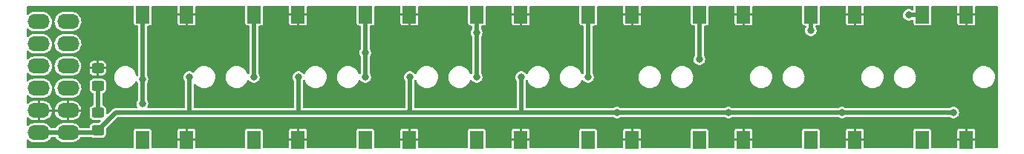
<source format=gtl>
G04 #@! TF.GenerationSoftware,KiCad,Pcbnew,6.0.8-f2edbf62ab~116~ubuntu22.04.1*
G04 #@! TF.CreationDate,2022-11-21T14:05:37-08:00*
G04 #@! TF.ProjectId,pmod-button,706d6f64-2d62-4757-9474-6f6e2e6b6963,rev?*
G04 #@! TF.SameCoordinates,Original*
G04 #@! TF.FileFunction,Copper,L1,Top*
G04 #@! TF.FilePolarity,Positive*
%FSLAX46Y46*%
G04 Gerber Fmt 4.6, Leading zero omitted, Abs format (unit mm)*
G04 Created by KiCad (PCBNEW 6.0.8-f2edbf62ab~116~ubuntu22.04.1) date 2022-11-21 14:05:37*
%MOMM*%
%LPD*%
G01*
G04 APERTURE LIST*
G04 Aperture macros list*
%AMRoundRect*
0 Rectangle with rounded corners*
0 $1 Rounding radius*
0 $2 $3 $4 $5 $6 $7 $8 $9 X,Y pos of 4 corners*
0 Add a 4 corners polygon primitive as box body*
4,1,4,$2,$3,$4,$5,$6,$7,$8,$9,$2,$3,0*
0 Add four circle primitives for the rounded corners*
1,1,$1+$1,$2,$3*
1,1,$1+$1,$4,$5*
1,1,$1+$1,$6,$7*
1,1,$1+$1,$8,$9*
0 Add four rect primitives between the rounded corners*
20,1,$1+$1,$2,$3,$4,$5,0*
20,1,$1+$1,$4,$5,$6,$7,0*
20,1,$1+$1,$6,$7,$8,$9,0*
20,1,$1+$1,$8,$9,$2,$3,0*%
G04 Aperture macros list end*
G04 #@! TA.AperFunction,SMDPad,CuDef*
%ADD10RoundRect,0.250000X-0.450000X0.325000X-0.450000X-0.325000X0.450000X-0.325000X0.450000X0.325000X0*%
G04 #@! TD*
G04 #@! TA.AperFunction,SMDPad,CuDef*
%ADD11R,1.500000X2.000000*%
G04 #@! TD*
G04 #@! TA.AperFunction,SMDPad,CuDef*
%ADD12RoundRect,0.250000X0.450000X-0.325000X0.450000X0.325000X-0.450000X0.325000X-0.450000X-0.325000X0*%
G04 #@! TD*
G04 #@! TA.AperFunction,ComponentPad*
%ADD13O,2.540000X1.700000*%
G04 #@! TD*
G04 #@! TA.AperFunction,ViaPad*
%ADD14C,0.800000*%
G04 #@! TD*
G04 #@! TA.AperFunction,Conductor*
%ADD15C,0.500000*%
G04 #@! TD*
G04 APERTURE END LIST*
D10*
G04 #@! TO.P,D1,1,K*
G04 #@! TO.N,GND*
X99060000Y-125975000D03*
G04 #@! TO.P,D1,2,A*
G04 #@! TO.N,Net-(D1-Pad2)*
X99060000Y-128025000D03*
G04 #@! TD*
D11*
G04 #@! TO.P,SW6,1,1*
G04 #@! TO.N,GND*
X134580000Y-119850000D03*
X134580000Y-134150000D03*
G04 #@! TO.P,SW6,2,2*
G04 #@! TO.N,/D5*
X129580000Y-119850000D03*
X129580000Y-134150000D03*
G04 #@! TD*
G04 #@! TO.P,SW5,1,1*
G04 #@! TO.N,GND*
X147280000Y-119850000D03*
X147280000Y-134150000D03*
G04 #@! TO.P,SW5,2,2*
G04 #@! TO.N,/D4*
X142280000Y-119850000D03*
X142280000Y-134150000D03*
G04 #@! TD*
G04 #@! TO.P,SW1,1,1*
G04 #@! TO.N,GND*
X198080000Y-134150000D03*
X198080000Y-119850000D03*
G04 #@! TO.P,SW1,2,2*
G04 #@! TO.N,/D0*
X193080000Y-119850000D03*
X193080000Y-134150000D03*
G04 #@! TD*
G04 #@! TO.P,SW4,1,1*
G04 #@! TO.N,GND*
X159980000Y-119850000D03*
X159980000Y-134150000D03*
G04 #@! TO.P,SW4,2,2*
G04 #@! TO.N,/D3*
X154980000Y-119850000D03*
X154980000Y-134150000D03*
G04 #@! TD*
G04 #@! TO.P,SW7,1,1*
G04 #@! TO.N,GND*
X121880000Y-119850000D03*
X121880000Y-134150000D03*
G04 #@! TO.P,SW7,2,2*
G04 #@! TO.N,/D6*
X116880000Y-119850000D03*
X116880000Y-134150000D03*
G04 #@! TD*
G04 #@! TO.P,SW2,1,1*
G04 #@! TO.N,GND*
X185380000Y-134150000D03*
X185380000Y-119850000D03*
G04 #@! TO.P,SW2,2,2*
G04 #@! TO.N,/D1*
X180380000Y-119850000D03*
X180380000Y-134150000D03*
G04 #@! TD*
G04 #@! TO.P,SW3,1,1*
G04 #@! TO.N,GND*
X172680000Y-134150000D03*
X172680000Y-119850000D03*
G04 #@! TO.P,SW3,2,2*
G04 #@! TO.N,/D2*
X167680000Y-119850000D03*
X167680000Y-134150000D03*
G04 #@! TD*
G04 #@! TO.P,SW8,1,1*
G04 #@! TO.N,GND*
X109180000Y-134150000D03*
X109180000Y-119850000D03*
G04 #@! TO.P,SW8,2,2*
G04 #@! TO.N,/D7*
X104180000Y-134150000D03*
X104180000Y-119850000D03*
G04 #@! TD*
D12*
G04 #@! TO.P,R9,1*
G04 #@! TO.N,+3V3*
X99060000Y-133105000D03*
G04 #@! TO.P,R9,2*
G04 #@! TO.N,Net-(D1-Pad2)*
X99060000Y-131055000D03*
G04 #@! TD*
D13*
G04 #@! TO.P,J1,1,D0*
G04 #@! TO.N,/D0*
X95650000Y-120650000D03*
G04 #@! TO.P,J1,2,D1*
G04 #@! TO.N,/D1*
X95650000Y-123190000D03*
G04 #@! TO.P,J1,3,D2*
G04 #@! TO.N,/D2*
X95650000Y-125730000D03*
G04 #@! TO.P,J1,4,D3*
G04 #@! TO.N,/D3*
X95650000Y-128270000D03*
G04 #@! TO.P,J1,5,GND1*
G04 #@! TO.N,GND*
X95650000Y-130810000D03*
G04 #@! TO.P,J1,6,VCC1*
G04 #@! TO.N,+3V3*
X95650000Y-133350000D03*
G04 #@! TO.P,J1,7,D4*
G04 #@! TO.N,/D4*
X92310000Y-120650000D03*
G04 #@! TO.P,J1,8,D5*
G04 #@! TO.N,/D5*
X92310000Y-123190000D03*
G04 #@! TO.P,J1,9,D6*
G04 #@! TO.N,/D6*
X92310000Y-125730000D03*
G04 #@! TO.P,J1,10,D7*
G04 #@! TO.N,/D7*
X92310000Y-128270000D03*
G04 #@! TO.P,J1,11,GND2*
G04 #@! TO.N,GND*
X92310000Y-130810000D03*
G04 #@! TO.P,J1,12,VCC2*
G04 #@! TO.N,+3V3*
X92310000Y-133350000D03*
G04 #@! TD*
D14*
G04 #@! TO.N,GND*
X199898000Y-134112000D03*
X187452000Y-134112000D03*
X174752000Y-134112000D03*
X162052000Y-134112000D03*
X149352000Y-134112000D03*
X136906000Y-134112000D03*
X123952000Y-134112000D03*
X111252000Y-134112000D03*
G04 #@! TO.N,+3V3*
X170942000Y-131064000D03*
X109474000Y-127000000D03*
X121920000Y-127000000D03*
X134620000Y-127000000D03*
X147320000Y-127000000D03*
X158242000Y-131064000D03*
X183896000Y-131064000D03*
X196596000Y-131064000D03*
G04 #@! TO.N,/D4*
X142240000Y-127000000D03*
G04 #@! TO.N,/D5*
X129540000Y-127000000D03*
G04 #@! TO.N,/D7*
X104140000Y-127254000D03*
X104140000Y-130048000D03*
G04 #@! TO.N,/D3*
X154940000Y-127000000D03*
G04 #@! TO.N,/D6*
X116840000Y-127000000D03*
G04 #@! TO.N,/D4*
X142240000Y-121920000D03*
G04 #@! TO.N,/D0*
X191516000Y-119888000D03*
G04 #@! TO.N,/D5*
X129540000Y-124206000D03*
G04 #@! TO.N,/D1*
X180340000Y-121666000D03*
G04 #@! TO.N,/D2*
X167640000Y-124968000D03*
G04 #@! TD*
D15*
G04 #@! TO.N,+3V3*
X158242000Y-131064000D02*
X170942000Y-131064000D01*
X170942000Y-131064000D02*
X183896000Y-131064000D01*
G04 #@! TO.N,Net-(D1-Pad2)*
X99060000Y-131055000D02*
X99060000Y-128025000D01*
G04 #@! TO.N,+3V3*
X101101000Y-131064000D02*
X109474000Y-131064000D01*
X109474000Y-131064000D02*
X121920000Y-131064000D01*
X109474000Y-127000000D02*
X109474000Y-131064000D01*
X121920000Y-127000000D02*
X121920000Y-131064000D01*
X121920000Y-131064000D02*
X134366000Y-131064000D01*
X134366000Y-131064000D02*
X147320000Y-131064000D01*
X134620000Y-127000000D02*
X134620000Y-130810000D01*
X134620000Y-130810000D02*
X134366000Y-131064000D01*
X147320000Y-131064000D02*
X158242000Y-131064000D01*
X147320000Y-127000000D02*
X147320000Y-131064000D01*
X183896000Y-131064000D02*
X196596000Y-131064000D01*
X99060000Y-133105000D02*
X101101000Y-131064000D01*
G04 #@! TO.N,/D7*
X104140000Y-127254000D02*
X104180000Y-127214000D01*
X104180000Y-127214000D02*
X104180000Y-119850000D01*
G04 #@! TO.N,+3V3*
X95250000Y-133350000D02*
X98815000Y-133350000D01*
X98815000Y-133350000D02*
X99060000Y-133105000D01*
X92710000Y-133350000D02*
X95250000Y-133350000D01*
G04 #@! TO.N,/D4*
X142240000Y-121920000D02*
X142240000Y-127000000D01*
G04 #@! TO.N,/D5*
X129540000Y-124206000D02*
X129540000Y-127000000D01*
G04 #@! TO.N,/D7*
X104140000Y-130048000D02*
X104140000Y-127254000D01*
G04 #@! TO.N,/D3*
X154940000Y-127000000D02*
X154980000Y-126960000D01*
X154980000Y-126960000D02*
X154980000Y-119850000D01*
G04 #@! TO.N,/D6*
X116840000Y-127000000D02*
X116880000Y-126960000D01*
X116880000Y-126960000D02*
X116880000Y-119850000D01*
G04 #@! TO.N,/D4*
X142240000Y-119890000D02*
X142280000Y-119850000D01*
X142240000Y-121920000D02*
X142240000Y-119890000D01*
G04 #@! TO.N,/D0*
X191516000Y-119888000D02*
X193042000Y-119888000D01*
X193042000Y-119888000D02*
X193080000Y-119850000D01*
G04 #@! TO.N,/D5*
X129540000Y-119890000D02*
X129580000Y-119850000D01*
X129540000Y-124206000D02*
X129540000Y-119890000D01*
G04 #@! TO.N,/D1*
X180340000Y-121666000D02*
X180340000Y-119890000D01*
X180340000Y-119890000D02*
X180380000Y-119850000D01*
G04 #@! TO.N,/D2*
X167680000Y-119850000D02*
X167680000Y-124928000D01*
X167680000Y-124928000D02*
X167640000Y-124968000D01*
G04 #@! TD*
G04 #@! TA.AperFunction,Conductor*
G04 #@! TO.N,GND*
G36*
X108118121Y-118892502D02*
G01*
X108164614Y-118946158D01*
X108176000Y-118998500D01*
X108176000Y-119704885D01*
X108180475Y-119720124D01*
X108181865Y-119721329D01*
X108189548Y-119723000D01*
X110165884Y-119723000D01*
X110181123Y-119718525D01*
X110182328Y-119717135D01*
X110183999Y-119709452D01*
X110183999Y-118998500D01*
X110204001Y-118930379D01*
X110257657Y-118883886D01*
X110309999Y-118872500D01*
X115749500Y-118872500D01*
X115817621Y-118892502D01*
X115864114Y-118946158D01*
X115875500Y-118998500D01*
X115875501Y-119977000D01*
X115875501Y-120875066D01*
X115881821Y-120906842D01*
X115887806Y-120936931D01*
X115890266Y-120949301D01*
X115946516Y-121033484D01*
X116030699Y-121089734D01*
X116104933Y-121104500D01*
X116249500Y-121104500D01*
X116317621Y-121124502D01*
X116364114Y-121178158D01*
X116375500Y-121230500D01*
X116375500Y-126483557D01*
X116355498Y-126551678D01*
X116350034Y-126558834D01*
X116350039Y-126558838D01*
X116294033Y-126638526D01*
X116238498Y-126682757D01*
X116167866Y-126689943D01*
X116104562Y-126657802D01*
X116070516Y-126603124D01*
X116060122Y-126569338D01*
X116046200Y-126524083D01*
X116023693Y-126480475D01*
X115946063Y-126330071D01*
X115946063Y-126330070D01*
X115943491Y-126325088D01*
X115807167Y-126147427D01*
X115803021Y-126143654D01*
X115803016Y-126143649D01*
X115645689Y-126000493D01*
X115641536Y-125996714D01*
X115451833Y-125877714D01*
X115244056Y-125794188D01*
X115238564Y-125793051D01*
X115238562Y-125793050D01*
X115087754Y-125761819D01*
X115024772Y-125748776D01*
X115020161Y-125748510D01*
X115020160Y-125748510D01*
X114969775Y-125745605D01*
X114969771Y-125745605D01*
X114967952Y-125745500D01*
X114823181Y-125745500D01*
X114820394Y-125745749D01*
X114820388Y-125745749D01*
X114751038Y-125751939D01*
X114656949Y-125760336D01*
X114440949Y-125819427D01*
X114435891Y-125821839D01*
X114435887Y-125821841D01*
X114288464Y-125892158D01*
X114238826Y-125915834D01*
X114234265Y-125919111D01*
X114234264Y-125919112D01*
X114121011Y-126000493D01*
X114056970Y-126046511D01*
X114053065Y-126050541D01*
X113911068Y-126197070D01*
X113901129Y-126207326D01*
X113898001Y-126211981D01*
X113785881Y-126378835D01*
X113776230Y-126393197D01*
X113686218Y-126598248D01*
X113684908Y-126603705D01*
X113638230Y-126798135D01*
X113633941Y-126815998D01*
X113633446Y-126824583D01*
X113622301Y-127017891D01*
X113621051Y-127039564D01*
X113647954Y-127261880D01*
X113713800Y-127475917D01*
X113716370Y-127480897D01*
X113716372Y-127480901D01*
X113801010Y-127644884D01*
X113816509Y-127674912D01*
X113952833Y-127852573D01*
X113956979Y-127856346D01*
X113956984Y-127856351D01*
X114021007Y-127914607D01*
X114118464Y-128003286D01*
X114308167Y-128122286D01*
X114515944Y-128205812D01*
X114521436Y-128206949D01*
X114521438Y-128206950D01*
X114662059Y-128236071D01*
X114735228Y-128251224D01*
X114739839Y-128251490D01*
X114739840Y-128251490D01*
X114790225Y-128254395D01*
X114790229Y-128254395D01*
X114792048Y-128254500D01*
X114936819Y-128254500D01*
X114939606Y-128254251D01*
X114939612Y-128254251D01*
X115008962Y-128248061D01*
X115103051Y-128239664D01*
X115319051Y-128180573D01*
X115324109Y-128178161D01*
X115324113Y-128178159D01*
X115516107Y-128086583D01*
X115516109Y-128086582D01*
X115521174Y-128084166D01*
X115629578Y-128006270D01*
X115698470Y-127956766D01*
X115698472Y-127956764D01*
X115703030Y-127953489D01*
X115805138Y-127848122D01*
X115854969Y-127796701D01*
X115854971Y-127796698D01*
X115858871Y-127792674D01*
X115910958Y-127715160D01*
X115980641Y-127611460D01*
X115980643Y-127611457D01*
X115983770Y-127606803D01*
X116073782Y-127401752D01*
X116074793Y-127397540D01*
X116115251Y-127339688D01*
X116180935Y-127312740D01*
X116250760Y-127325582D01*
X116298562Y-127367788D01*
X116336668Y-127424497D01*
X116336673Y-127424503D01*
X116340908Y-127430805D01*
X116346527Y-127435918D01*
X116346528Y-127435919D01*
X116452317Y-127532179D01*
X116458076Y-127537419D01*
X116597293Y-127613008D01*
X116750522Y-127653207D01*
X116834477Y-127654526D01*
X116901319Y-127655576D01*
X116901322Y-127655576D01*
X116908916Y-127655695D01*
X117063332Y-127620329D01*
X117160172Y-127571624D01*
X117198072Y-127552563D01*
X117198075Y-127552561D01*
X117204855Y-127549151D01*
X117210626Y-127544222D01*
X117210629Y-127544220D01*
X117319536Y-127451204D01*
X117319536Y-127451203D01*
X117325314Y-127446269D01*
X117417755Y-127317624D01*
X117476842Y-127170641D01*
X117494703Y-127045141D01*
X117498581Y-127017891D01*
X117498581Y-127017888D01*
X117499162Y-127013807D01*
X117499307Y-127000000D01*
X117480276Y-126842733D01*
X117424280Y-126694546D01*
X117406659Y-126668908D01*
X117384500Y-126597542D01*
X117384500Y-121230499D01*
X117404502Y-121162378D01*
X117458158Y-121115885D01*
X117510500Y-121104499D01*
X117655066Y-121104499D01*
X117690818Y-121097388D01*
X117717126Y-121092156D01*
X117717128Y-121092155D01*
X117729301Y-121089734D01*
X117739621Y-121082839D01*
X117739622Y-121082838D01*
X117803168Y-121040377D01*
X117813484Y-121033484D01*
X117869734Y-120949301D01*
X117884500Y-120875067D01*
X117884500Y-120868828D01*
X120876001Y-120868828D01*
X120877209Y-120881088D01*
X120888315Y-120936931D01*
X120897633Y-120959427D01*
X120939983Y-121022808D01*
X120957192Y-121040017D01*
X121020575Y-121082368D01*
X121043066Y-121091684D01*
X121098915Y-121102793D01*
X121111170Y-121104000D01*
X121734885Y-121104000D01*
X121750124Y-121099525D01*
X121751329Y-121098135D01*
X121753000Y-121090452D01*
X121753000Y-121085884D01*
X122007000Y-121085884D01*
X122011475Y-121101123D01*
X122012865Y-121102328D01*
X122020548Y-121103999D01*
X122648828Y-121103999D01*
X122661088Y-121102791D01*
X122716931Y-121091685D01*
X122739427Y-121082367D01*
X122802808Y-121040017D01*
X122820017Y-121022808D01*
X122862368Y-120959425D01*
X122871684Y-120936934D01*
X122882793Y-120881085D01*
X122884000Y-120868830D01*
X122884000Y-119995115D01*
X122879525Y-119979876D01*
X122878135Y-119978671D01*
X122870452Y-119977000D01*
X122025115Y-119977000D01*
X122009876Y-119981475D01*
X122008671Y-119982865D01*
X122007000Y-119990548D01*
X122007000Y-121085884D01*
X121753000Y-121085884D01*
X121753000Y-119995115D01*
X121748525Y-119979876D01*
X121747135Y-119978671D01*
X121739452Y-119977000D01*
X120894116Y-119977000D01*
X120878877Y-119981475D01*
X120877672Y-119982865D01*
X120876001Y-119990548D01*
X120876001Y-120868828D01*
X117884500Y-120868828D01*
X117884499Y-118998500D01*
X117904501Y-118930379D01*
X117958157Y-118883886D01*
X118010499Y-118872500D01*
X120750000Y-118872500D01*
X120818121Y-118892502D01*
X120864614Y-118946158D01*
X120876000Y-118998500D01*
X120876000Y-119704885D01*
X120880475Y-119720124D01*
X120881865Y-119721329D01*
X120889548Y-119723000D01*
X122865884Y-119723000D01*
X122881123Y-119718525D01*
X122882328Y-119717135D01*
X122883999Y-119709452D01*
X122883999Y-118998500D01*
X122904001Y-118930379D01*
X122957657Y-118883886D01*
X123009999Y-118872500D01*
X128449500Y-118872500D01*
X128517621Y-118892502D01*
X128564114Y-118946158D01*
X128575500Y-118998500D01*
X128575501Y-119977000D01*
X128575501Y-120875066D01*
X128581821Y-120906842D01*
X128587806Y-120936931D01*
X128590266Y-120949301D01*
X128646516Y-121033484D01*
X128730699Y-121089734D01*
X128804933Y-121104500D01*
X128909500Y-121104500D01*
X128977621Y-121124502D01*
X129024114Y-121178158D01*
X129035500Y-121230500D01*
X129035500Y-123745676D01*
X129012587Y-123818126D01*
X128958950Y-123894444D01*
X128901406Y-124042037D01*
X128900414Y-124049570D01*
X128900414Y-124049571D01*
X128884323Y-124171800D01*
X128880729Y-124199096D01*
X128886525Y-124251592D01*
X128891231Y-124294215D01*
X128898113Y-124356553D01*
X128952553Y-124505319D01*
X128956789Y-124511622D01*
X128956789Y-124511623D01*
X129014082Y-124596884D01*
X129035500Y-124667160D01*
X129035500Y-126539676D01*
X129012586Y-126612128D01*
X128994032Y-126638527D01*
X128938497Y-126682758D01*
X128867865Y-126689943D01*
X128804561Y-126657801D01*
X128770516Y-126603124D01*
X128760122Y-126569338D01*
X128746200Y-126524083D01*
X128723693Y-126480475D01*
X128646063Y-126330071D01*
X128646063Y-126330070D01*
X128643491Y-126325088D01*
X128507167Y-126147427D01*
X128503021Y-126143654D01*
X128503016Y-126143649D01*
X128345689Y-126000493D01*
X128341536Y-125996714D01*
X128151833Y-125877714D01*
X127944056Y-125794188D01*
X127938564Y-125793051D01*
X127938562Y-125793050D01*
X127787754Y-125761819D01*
X127724772Y-125748776D01*
X127720161Y-125748510D01*
X127720160Y-125748510D01*
X127669775Y-125745605D01*
X127669771Y-125745605D01*
X127667952Y-125745500D01*
X127523181Y-125745500D01*
X127520394Y-125745749D01*
X127520388Y-125745749D01*
X127451038Y-125751939D01*
X127356949Y-125760336D01*
X127140949Y-125819427D01*
X127135891Y-125821839D01*
X127135887Y-125821841D01*
X126988464Y-125892158D01*
X126938826Y-125915834D01*
X126934265Y-125919111D01*
X126934264Y-125919112D01*
X126821011Y-126000493D01*
X126756970Y-126046511D01*
X126753065Y-126050541D01*
X126611068Y-126197070D01*
X126601129Y-126207326D01*
X126598001Y-126211981D01*
X126485881Y-126378835D01*
X126476230Y-126393197D01*
X126386218Y-126598248D01*
X126384908Y-126603705D01*
X126338230Y-126798135D01*
X126333941Y-126815998D01*
X126333446Y-126824583D01*
X126322301Y-127017891D01*
X126321051Y-127039564D01*
X126347954Y-127261880D01*
X126413800Y-127475917D01*
X126416370Y-127480897D01*
X126416372Y-127480901D01*
X126501010Y-127644884D01*
X126516509Y-127674912D01*
X126652833Y-127852573D01*
X126656979Y-127856346D01*
X126656984Y-127856351D01*
X126721007Y-127914607D01*
X126818464Y-128003286D01*
X127008167Y-128122286D01*
X127215944Y-128205812D01*
X127221436Y-128206949D01*
X127221438Y-128206950D01*
X127362059Y-128236071D01*
X127435228Y-128251224D01*
X127439839Y-128251490D01*
X127439840Y-128251490D01*
X127490225Y-128254395D01*
X127490229Y-128254395D01*
X127492048Y-128254500D01*
X127636819Y-128254500D01*
X127639606Y-128254251D01*
X127639612Y-128254251D01*
X127708962Y-128248061D01*
X127803051Y-128239664D01*
X128019051Y-128180573D01*
X128024109Y-128178161D01*
X128024113Y-128178159D01*
X128216107Y-128086583D01*
X128216109Y-128086582D01*
X128221174Y-128084166D01*
X128329578Y-128006270D01*
X128398470Y-127956766D01*
X128398472Y-127956764D01*
X128403030Y-127953489D01*
X128505138Y-127848122D01*
X128554969Y-127796701D01*
X128554971Y-127796698D01*
X128558871Y-127792674D01*
X128610958Y-127715160D01*
X128680641Y-127611460D01*
X128680643Y-127611457D01*
X128683770Y-127606803D01*
X128773782Y-127401752D01*
X128774793Y-127397540D01*
X128815251Y-127339688D01*
X128880935Y-127312740D01*
X128950760Y-127325582D01*
X128998562Y-127367788D01*
X129036668Y-127424497D01*
X129036673Y-127424503D01*
X129040908Y-127430805D01*
X129046527Y-127435918D01*
X129046528Y-127435919D01*
X129152317Y-127532179D01*
X129158076Y-127537419D01*
X129297293Y-127613008D01*
X129450522Y-127653207D01*
X129534477Y-127654526D01*
X129601319Y-127655576D01*
X129601322Y-127655576D01*
X129608916Y-127655695D01*
X129763332Y-127620329D01*
X129860172Y-127571624D01*
X129898072Y-127552563D01*
X129898075Y-127552561D01*
X129904855Y-127549151D01*
X129910626Y-127544222D01*
X129910629Y-127544220D01*
X130019536Y-127451204D01*
X130019536Y-127451203D01*
X130025314Y-127446269D01*
X130117755Y-127317624D01*
X130176842Y-127170641D01*
X130194703Y-127045141D01*
X130198581Y-127017891D01*
X130198581Y-127017888D01*
X130199162Y-127013807D01*
X130199307Y-127000000D01*
X130180276Y-126842733D01*
X130124280Y-126694546D01*
X130084500Y-126636666D01*
X130066660Y-126610708D01*
X130044500Y-126539341D01*
X130044500Y-124666144D01*
X130068176Y-124592620D01*
X130117755Y-124523624D01*
X130176842Y-124376641D01*
X130194156Y-124254983D01*
X130198581Y-124223891D01*
X130198581Y-124223888D01*
X130199162Y-124219807D01*
X130199307Y-124206000D01*
X130180276Y-124048733D01*
X130124280Y-123900546D01*
X130066660Y-123816708D01*
X130044500Y-123745341D01*
X130044500Y-121230499D01*
X130064502Y-121162378D01*
X130118158Y-121115885D01*
X130170500Y-121104499D01*
X130355066Y-121104499D01*
X130390818Y-121097388D01*
X130417126Y-121092156D01*
X130417128Y-121092155D01*
X130429301Y-121089734D01*
X130439621Y-121082839D01*
X130439622Y-121082838D01*
X130503168Y-121040377D01*
X130513484Y-121033484D01*
X130569734Y-120949301D01*
X130584500Y-120875067D01*
X130584500Y-120868828D01*
X133576001Y-120868828D01*
X133577209Y-120881088D01*
X133588315Y-120936931D01*
X133597633Y-120959427D01*
X133639983Y-121022808D01*
X133657192Y-121040017D01*
X133720575Y-121082368D01*
X133743066Y-121091684D01*
X133798915Y-121102793D01*
X133811170Y-121104000D01*
X134434885Y-121104000D01*
X134450124Y-121099525D01*
X134451329Y-121098135D01*
X134453000Y-121090452D01*
X134453000Y-121085884D01*
X134707000Y-121085884D01*
X134711475Y-121101123D01*
X134712865Y-121102328D01*
X134720548Y-121103999D01*
X135348828Y-121103999D01*
X135361088Y-121102791D01*
X135416931Y-121091685D01*
X135439427Y-121082367D01*
X135502808Y-121040017D01*
X135520017Y-121022808D01*
X135562368Y-120959425D01*
X135571684Y-120936934D01*
X135582793Y-120881085D01*
X135584000Y-120868830D01*
X135584000Y-119995115D01*
X135579525Y-119979876D01*
X135578135Y-119978671D01*
X135570452Y-119977000D01*
X134725115Y-119977000D01*
X134709876Y-119981475D01*
X134708671Y-119982865D01*
X134707000Y-119990548D01*
X134707000Y-121085884D01*
X134453000Y-121085884D01*
X134453000Y-119995115D01*
X134448525Y-119979876D01*
X134447135Y-119978671D01*
X134439452Y-119977000D01*
X133594116Y-119977000D01*
X133578877Y-119981475D01*
X133577672Y-119982865D01*
X133576001Y-119990548D01*
X133576001Y-120868828D01*
X130584500Y-120868828D01*
X130584499Y-118998500D01*
X130604501Y-118930379D01*
X130658157Y-118883886D01*
X130710499Y-118872500D01*
X133450000Y-118872500D01*
X133518121Y-118892502D01*
X133564614Y-118946158D01*
X133576000Y-118998500D01*
X133576000Y-119704885D01*
X133580475Y-119720124D01*
X133581865Y-119721329D01*
X133589548Y-119723000D01*
X135565884Y-119723000D01*
X135581123Y-119718525D01*
X135582328Y-119717135D01*
X135583999Y-119709452D01*
X135583999Y-118998500D01*
X135604001Y-118930379D01*
X135657657Y-118883886D01*
X135709999Y-118872500D01*
X141149500Y-118872500D01*
X141217621Y-118892502D01*
X141264114Y-118946158D01*
X141275500Y-118998500D01*
X141275501Y-119977000D01*
X141275501Y-120875066D01*
X141281821Y-120906842D01*
X141287806Y-120936931D01*
X141290266Y-120949301D01*
X141346516Y-121033484D01*
X141430699Y-121089734D01*
X141504933Y-121104500D01*
X141609500Y-121104500D01*
X141677621Y-121124502D01*
X141724114Y-121178158D01*
X141735500Y-121230500D01*
X141735500Y-121459676D01*
X141712587Y-121532126D01*
X141658950Y-121608444D01*
X141656190Y-121615524D01*
X141607629Y-121740077D01*
X141601406Y-121756037D01*
X141600414Y-121763570D01*
X141600414Y-121763571D01*
X141589866Y-121843695D01*
X141580729Y-121913096D01*
X141598113Y-122070553D01*
X141600723Y-122077684D01*
X141600723Y-122077686D01*
X141646474Y-122202706D01*
X141652553Y-122219319D01*
X141656789Y-122225622D01*
X141656789Y-122225623D01*
X141714082Y-122310884D01*
X141735500Y-122381160D01*
X141735500Y-126539676D01*
X141712586Y-126612128D01*
X141694032Y-126638527D01*
X141638497Y-126682758D01*
X141567865Y-126689943D01*
X141504561Y-126657801D01*
X141470516Y-126603124D01*
X141460122Y-126569338D01*
X141446200Y-126524083D01*
X141423693Y-126480475D01*
X141346063Y-126330071D01*
X141346063Y-126330070D01*
X141343491Y-126325088D01*
X141207167Y-126147427D01*
X141203021Y-126143654D01*
X141203016Y-126143649D01*
X141045689Y-126000493D01*
X141041536Y-125996714D01*
X140851833Y-125877714D01*
X140644056Y-125794188D01*
X140638564Y-125793051D01*
X140638562Y-125793050D01*
X140487754Y-125761819D01*
X140424772Y-125748776D01*
X140420161Y-125748510D01*
X140420160Y-125748510D01*
X140369775Y-125745605D01*
X140369771Y-125745605D01*
X140367952Y-125745500D01*
X140223181Y-125745500D01*
X140220394Y-125745749D01*
X140220388Y-125745749D01*
X140151038Y-125751939D01*
X140056949Y-125760336D01*
X139840949Y-125819427D01*
X139835891Y-125821839D01*
X139835887Y-125821841D01*
X139688464Y-125892158D01*
X139638826Y-125915834D01*
X139634265Y-125919111D01*
X139634264Y-125919112D01*
X139521011Y-126000493D01*
X139456970Y-126046511D01*
X139453065Y-126050541D01*
X139311068Y-126197070D01*
X139301129Y-126207326D01*
X139298001Y-126211981D01*
X139185881Y-126378835D01*
X139176230Y-126393197D01*
X139086218Y-126598248D01*
X139084908Y-126603705D01*
X139038230Y-126798135D01*
X139033941Y-126815998D01*
X139033446Y-126824583D01*
X139022301Y-127017891D01*
X139021051Y-127039564D01*
X139047954Y-127261880D01*
X139113800Y-127475917D01*
X139116370Y-127480897D01*
X139116372Y-127480901D01*
X139201010Y-127644884D01*
X139216509Y-127674912D01*
X139352833Y-127852573D01*
X139356979Y-127856346D01*
X139356984Y-127856351D01*
X139421007Y-127914607D01*
X139518464Y-128003286D01*
X139708167Y-128122286D01*
X139915944Y-128205812D01*
X139921436Y-128206949D01*
X139921438Y-128206950D01*
X140062059Y-128236071D01*
X140135228Y-128251224D01*
X140139839Y-128251490D01*
X140139840Y-128251490D01*
X140190225Y-128254395D01*
X140190229Y-128254395D01*
X140192048Y-128254500D01*
X140336819Y-128254500D01*
X140339606Y-128254251D01*
X140339612Y-128254251D01*
X140408962Y-128248061D01*
X140503051Y-128239664D01*
X140719051Y-128180573D01*
X140724109Y-128178161D01*
X140724113Y-128178159D01*
X140916107Y-128086583D01*
X140916109Y-128086582D01*
X140921174Y-128084166D01*
X141029578Y-128006270D01*
X141098470Y-127956766D01*
X141098472Y-127956764D01*
X141103030Y-127953489D01*
X141205138Y-127848122D01*
X141254969Y-127796701D01*
X141254971Y-127796698D01*
X141258871Y-127792674D01*
X141310958Y-127715160D01*
X141380641Y-127611460D01*
X141380643Y-127611457D01*
X141383770Y-127606803D01*
X141473782Y-127401752D01*
X141474793Y-127397540D01*
X141515251Y-127339688D01*
X141580935Y-127312740D01*
X141650760Y-127325582D01*
X141698562Y-127367788D01*
X141736668Y-127424497D01*
X141736673Y-127424503D01*
X141740908Y-127430805D01*
X141746527Y-127435918D01*
X141746528Y-127435919D01*
X141852317Y-127532179D01*
X141858076Y-127537419D01*
X141997293Y-127613008D01*
X142150522Y-127653207D01*
X142234477Y-127654526D01*
X142301319Y-127655576D01*
X142301322Y-127655576D01*
X142308916Y-127655695D01*
X142463332Y-127620329D01*
X142560172Y-127571624D01*
X142598072Y-127552563D01*
X142598075Y-127552561D01*
X142604855Y-127549151D01*
X142610626Y-127544222D01*
X142610629Y-127544220D01*
X142719536Y-127451204D01*
X142719536Y-127451203D01*
X142725314Y-127446269D01*
X142817755Y-127317624D01*
X142876842Y-127170641D01*
X142894703Y-127045141D01*
X142898581Y-127017891D01*
X142898581Y-127017888D01*
X142899162Y-127013807D01*
X142899307Y-127000000D01*
X142880276Y-126842733D01*
X142824280Y-126694546D01*
X142784500Y-126636666D01*
X142766660Y-126610708D01*
X142744500Y-126539341D01*
X142744500Y-122380144D01*
X142768176Y-122306620D01*
X142817755Y-122237624D01*
X142876842Y-122090641D01*
X142899162Y-121933807D01*
X142899307Y-121920000D01*
X142880276Y-121762733D01*
X142824280Y-121614546D01*
X142766660Y-121530708D01*
X142744500Y-121459341D01*
X142744500Y-121230499D01*
X142764502Y-121162378D01*
X142818158Y-121115885D01*
X142870500Y-121104499D01*
X143055066Y-121104499D01*
X143090818Y-121097388D01*
X143117126Y-121092156D01*
X143117128Y-121092155D01*
X143129301Y-121089734D01*
X143139621Y-121082839D01*
X143139622Y-121082838D01*
X143203168Y-121040377D01*
X143213484Y-121033484D01*
X143269734Y-120949301D01*
X143284500Y-120875067D01*
X143284500Y-120868828D01*
X146276001Y-120868828D01*
X146277209Y-120881088D01*
X146288315Y-120936931D01*
X146297633Y-120959427D01*
X146339983Y-121022808D01*
X146357192Y-121040017D01*
X146420575Y-121082368D01*
X146443066Y-121091684D01*
X146498915Y-121102793D01*
X146511170Y-121104000D01*
X147134885Y-121104000D01*
X147150124Y-121099525D01*
X147151329Y-121098135D01*
X147153000Y-121090452D01*
X147153000Y-121085884D01*
X147407000Y-121085884D01*
X147411475Y-121101123D01*
X147412865Y-121102328D01*
X147420548Y-121103999D01*
X148048828Y-121103999D01*
X148061088Y-121102791D01*
X148116931Y-121091685D01*
X148139427Y-121082367D01*
X148202808Y-121040017D01*
X148220017Y-121022808D01*
X148262368Y-120959425D01*
X148271684Y-120936934D01*
X148282793Y-120881085D01*
X148284000Y-120868830D01*
X148284000Y-119995115D01*
X148279525Y-119979876D01*
X148278135Y-119978671D01*
X148270452Y-119977000D01*
X147425115Y-119977000D01*
X147409876Y-119981475D01*
X147408671Y-119982865D01*
X147407000Y-119990548D01*
X147407000Y-121085884D01*
X147153000Y-121085884D01*
X147153000Y-119995115D01*
X147148525Y-119979876D01*
X147147135Y-119978671D01*
X147139452Y-119977000D01*
X146294116Y-119977000D01*
X146278877Y-119981475D01*
X146277672Y-119982865D01*
X146276001Y-119990548D01*
X146276001Y-120868828D01*
X143284500Y-120868828D01*
X143284499Y-118998500D01*
X143304501Y-118930379D01*
X143358157Y-118883886D01*
X143410499Y-118872500D01*
X146150000Y-118872500D01*
X146218121Y-118892502D01*
X146264614Y-118946158D01*
X146276000Y-118998500D01*
X146276000Y-119704885D01*
X146280475Y-119720124D01*
X146281865Y-119721329D01*
X146289548Y-119723000D01*
X148265884Y-119723000D01*
X148281123Y-119718525D01*
X148282328Y-119717135D01*
X148283999Y-119709452D01*
X148283999Y-118998500D01*
X148304001Y-118930379D01*
X148357657Y-118883886D01*
X148409999Y-118872500D01*
X153849500Y-118872500D01*
X153917621Y-118892502D01*
X153964114Y-118946158D01*
X153975500Y-118998500D01*
X153975501Y-119977000D01*
X153975501Y-120875066D01*
X153981821Y-120906842D01*
X153987806Y-120936931D01*
X153990266Y-120949301D01*
X154046516Y-121033484D01*
X154130699Y-121089734D01*
X154204933Y-121104500D01*
X154349500Y-121104500D01*
X154417621Y-121124502D01*
X154464114Y-121178158D01*
X154475500Y-121230500D01*
X154475500Y-126483557D01*
X154455498Y-126551678D01*
X154450034Y-126558834D01*
X154450039Y-126558838D01*
X154394033Y-126638526D01*
X154338498Y-126682757D01*
X154267866Y-126689943D01*
X154204562Y-126657802D01*
X154170516Y-126603124D01*
X154160122Y-126569338D01*
X154146200Y-126524083D01*
X154123693Y-126480475D01*
X154046063Y-126330071D01*
X154046063Y-126330070D01*
X154043491Y-126325088D01*
X153907167Y-126147427D01*
X153903021Y-126143654D01*
X153903016Y-126143649D01*
X153745689Y-126000493D01*
X153741536Y-125996714D01*
X153551833Y-125877714D01*
X153344056Y-125794188D01*
X153338564Y-125793051D01*
X153338562Y-125793050D01*
X153187754Y-125761819D01*
X153124772Y-125748776D01*
X153120161Y-125748510D01*
X153120160Y-125748510D01*
X153069775Y-125745605D01*
X153069771Y-125745605D01*
X153067952Y-125745500D01*
X152923181Y-125745500D01*
X152920394Y-125745749D01*
X152920388Y-125745749D01*
X152851038Y-125751939D01*
X152756949Y-125760336D01*
X152540949Y-125819427D01*
X152535891Y-125821839D01*
X152535887Y-125821841D01*
X152388464Y-125892158D01*
X152338826Y-125915834D01*
X152334265Y-125919111D01*
X152334264Y-125919112D01*
X152221011Y-126000493D01*
X152156970Y-126046511D01*
X152153065Y-126050541D01*
X152011068Y-126197070D01*
X152001129Y-126207326D01*
X151998001Y-126211981D01*
X151885881Y-126378835D01*
X151876230Y-126393197D01*
X151786218Y-126598248D01*
X151784908Y-126603705D01*
X151738230Y-126798135D01*
X151733941Y-126815998D01*
X151733446Y-126824583D01*
X151722301Y-127017891D01*
X151721051Y-127039564D01*
X151747954Y-127261880D01*
X151813800Y-127475917D01*
X151816370Y-127480897D01*
X151816372Y-127480901D01*
X151901010Y-127644884D01*
X151916509Y-127674912D01*
X152052833Y-127852573D01*
X152056979Y-127856346D01*
X152056984Y-127856351D01*
X152121007Y-127914607D01*
X152218464Y-128003286D01*
X152408167Y-128122286D01*
X152615944Y-128205812D01*
X152621436Y-128206949D01*
X152621438Y-128206950D01*
X152762059Y-128236071D01*
X152835228Y-128251224D01*
X152839839Y-128251490D01*
X152839840Y-128251490D01*
X152890225Y-128254395D01*
X152890229Y-128254395D01*
X152892048Y-128254500D01*
X153036819Y-128254500D01*
X153039606Y-128254251D01*
X153039612Y-128254251D01*
X153108962Y-128248061D01*
X153203051Y-128239664D01*
X153419051Y-128180573D01*
X153424109Y-128178161D01*
X153424113Y-128178159D01*
X153616107Y-128086583D01*
X153616109Y-128086582D01*
X153621174Y-128084166D01*
X153729578Y-128006270D01*
X153798470Y-127956766D01*
X153798472Y-127956764D01*
X153803030Y-127953489D01*
X153905138Y-127848122D01*
X153954969Y-127796701D01*
X153954971Y-127796698D01*
X153958871Y-127792674D01*
X154010958Y-127715160D01*
X154080641Y-127611460D01*
X154080643Y-127611457D01*
X154083770Y-127606803D01*
X154173782Y-127401752D01*
X154174793Y-127397540D01*
X154215251Y-127339688D01*
X154280935Y-127312740D01*
X154350760Y-127325582D01*
X154398562Y-127367788D01*
X154436668Y-127424497D01*
X154436673Y-127424503D01*
X154440908Y-127430805D01*
X154446527Y-127435918D01*
X154446528Y-127435919D01*
X154552317Y-127532179D01*
X154558076Y-127537419D01*
X154697293Y-127613008D01*
X154850522Y-127653207D01*
X154934477Y-127654526D01*
X155001319Y-127655576D01*
X155001322Y-127655576D01*
X155008916Y-127655695D01*
X155163332Y-127620329D01*
X155260172Y-127571624D01*
X155298072Y-127552563D01*
X155298075Y-127552561D01*
X155304855Y-127549151D01*
X155310626Y-127544222D01*
X155310629Y-127544220D01*
X155419536Y-127451204D01*
X155419536Y-127451203D01*
X155425314Y-127446269D01*
X155517755Y-127317624D01*
X155576842Y-127170641D01*
X155594703Y-127045141D01*
X155595497Y-127039564D01*
X160721051Y-127039564D01*
X160747954Y-127261880D01*
X160813800Y-127475917D01*
X160816370Y-127480897D01*
X160816372Y-127480901D01*
X160901010Y-127644884D01*
X160916509Y-127674912D01*
X161052833Y-127852573D01*
X161056979Y-127856346D01*
X161056984Y-127856351D01*
X161121007Y-127914607D01*
X161218464Y-128003286D01*
X161408167Y-128122286D01*
X161615944Y-128205812D01*
X161621436Y-128206949D01*
X161621438Y-128206950D01*
X161762059Y-128236071D01*
X161835228Y-128251224D01*
X161839839Y-128251490D01*
X161839840Y-128251490D01*
X161890225Y-128254395D01*
X161890229Y-128254395D01*
X161892048Y-128254500D01*
X162036819Y-128254500D01*
X162039606Y-128254251D01*
X162039612Y-128254251D01*
X162108962Y-128248061D01*
X162203051Y-128239664D01*
X162419051Y-128180573D01*
X162424109Y-128178161D01*
X162424113Y-128178159D01*
X162616107Y-128086583D01*
X162616109Y-128086582D01*
X162621174Y-128084166D01*
X162729578Y-128006270D01*
X162798470Y-127956766D01*
X162798472Y-127956764D01*
X162803030Y-127953489D01*
X162905138Y-127848122D01*
X162954969Y-127796701D01*
X162954971Y-127796698D01*
X162958871Y-127792674D01*
X163010958Y-127715160D01*
X163080641Y-127611460D01*
X163080643Y-127611457D01*
X163083770Y-127606803D01*
X163154240Y-127446269D01*
X163171525Y-127406894D01*
X163171527Y-127406889D01*
X163173782Y-127401752D01*
X163226059Y-127184002D01*
X163234387Y-127039564D01*
X164421051Y-127039564D01*
X164447954Y-127261880D01*
X164513800Y-127475917D01*
X164516370Y-127480897D01*
X164516372Y-127480901D01*
X164601010Y-127644884D01*
X164616509Y-127674912D01*
X164752833Y-127852573D01*
X164756979Y-127856346D01*
X164756984Y-127856351D01*
X164821007Y-127914607D01*
X164918464Y-128003286D01*
X165108167Y-128122286D01*
X165315944Y-128205812D01*
X165321436Y-128206949D01*
X165321438Y-128206950D01*
X165462059Y-128236071D01*
X165535228Y-128251224D01*
X165539839Y-128251490D01*
X165539840Y-128251490D01*
X165590225Y-128254395D01*
X165590229Y-128254395D01*
X165592048Y-128254500D01*
X165736819Y-128254500D01*
X165739606Y-128254251D01*
X165739612Y-128254251D01*
X165808962Y-128248061D01*
X165903051Y-128239664D01*
X166119051Y-128180573D01*
X166124109Y-128178161D01*
X166124113Y-128178159D01*
X166316107Y-128086583D01*
X166316109Y-128086582D01*
X166321174Y-128084166D01*
X166429578Y-128006270D01*
X166498470Y-127956766D01*
X166498472Y-127956764D01*
X166503030Y-127953489D01*
X166605138Y-127848122D01*
X166654969Y-127796701D01*
X166654971Y-127796698D01*
X166658871Y-127792674D01*
X166710958Y-127715160D01*
X166780641Y-127611460D01*
X166780643Y-127611457D01*
X166783770Y-127606803D01*
X166854240Y-127446269D01*
X166871525Y-127406894D01*
X166871527Y-127406889D01*
X166873782Y-127401752D01*
X166926059Y-127184002D01*
X166934387Y-127039564D01*
X173421051Y-127039564D01*
X173447954Y-127261880D01*
X173513800Y-127475917D01*
X173516370Y-127480897D01*
X173516372Y-127480901D01*
X173601010Y-127644884D01*
X173616509Y-127674912D01*
X173752833Y-127852573D01*
X173756979Y-127856346D01*
X173756984Y-127856351D01*
X173821007Y-127914607D01*
X173918464Y-128003286D01*
X174108167Y-128122286D01*
X174315944Y-128205812D01*
X174321436Y-128206949D01*
X174321438Y-128206950D01*
X174462059Y-128236071D01*
X174535228Y-128251224D01*
X174539839Y-128251490D01*
X174539840Y-128251490D01*
X174590225Y-128254395D01*
X174590229Y-128254395D01*
X174592048Y-128254500D01*
X174736819Y-128254500D01*
X174739606Y-128254251D01*
X174739612Y-128254251D01*
X174808962Y-128248061D01*
X174903051Y-128239664D01*
X175119051Y-128180573D01*
X175124109Y-128178161D01*
X175124113Y-128178159D01*
X175316107Y-128086583D01*
X175316109Y-128086582D01*
X175321174Y-128084166D01*
X175429578Y-128006270D01*
X175498470Y-127956766D01*
X175498472Y-127956764D01*
X175503030Y-127953489D01*
X175605138Y-127848122D01*
X175654969Y-127796701D01*
X175654971Y-127796698D01*
X175658871Y-127792674D01*
X175710958Y-127715160D01*
X175780641Y-127611460D01*
X175780643Y-127611457D01*
X175783770Y-127606803D01*
X175854240Y-127446269D01*
X175871525Y-127406894D01*
X175871527Y-127406889D01*
X175873782Y-127401752D01*
X175926059Y-127184002D01*
X175934387Y-127039564D01*
X177121051Y-127039564D01*
X177147954Y-127261880D01*
X177213800Y-127475917D01*
X177216370Y-127480897D01*
X177216372Y-127480901D01*
X177301010Y-127644884D01*
X177316509Y-127674912D01*
X177452833Y-127852573D01*
X177456979Y-127856346D01*
X177456984Y-127856351D01*
X177521007Y-127914607D01*
X177618464Y-128003286D01*
X177808167Y-128122286D01*
X178015944Y-128205812D01*
X178021436Y-128206949D01*
X178021438Y-128206950D01*
X178162059Y-128236071D01*
X178235228Y-128251224D01*
X178239839Y-128251490D01*
X178239840Y-128251490D01*
X178290225Y-128254395D01*
X178290229Y-128254395D01*
X178292048Y-128254500D01*
X178436819Y-128254500D01*
X178439606Y-128254251D01*
X178439612Y-128254251D01*
X178508962Y-128248061D01*
X178603051Y-128239664D01*
X178819051Y-128180573D01*
X178824109Y-128178161D01*
X178824113Y-128178159D01*
X179016107Y-128086583D01*
X179016109Y-128086582D01*
X179021174Y-128084166D01*
X179129578Y-128006270D01*
X179198470Y-127956766D01*
X179198472Y-127956764D01*
X179203030Y-127953489D01*
X179305138Y-127848122D01*
X179354969Y-127796701D01*
X179354971Y-127796698D01*
X179358871Y-127792674D01*
X179410958Y-127715160D01*
X179480641Y-127611460D01*
X179480643Y-127611457D01*
X179483770Y-127606803D01*
X179554240Y-127446269D01*
X179571525Y-127406894D01*
X179571527Y-127406889D01*
X179573782Y-127401752D01*
X179626059Y-127184002D01*
X179634387Y-127039564D01*
X186121051Y-127039564D01*
X186147954Y-127261880D01*
X186213800Y-127475917D01*
X186216370Y-127480897D01*
X186216372Y-127480901D01*
X186301010Y-127644884D01*
X186316509Y-127674912D01*
X186452833Y-127852573D01*
X186456979Y-127856346D01*
X186456984Y-127856351D01*
X186521007Y-127914607D01*
X186618464Y-128003286D01*
X186808167Y-128122286D01*
X187015944Y-128205812D01*
X187021436Y-128206949D01*
X187021438Y-128206950D01*
X187162059Y-128236071D01*
X187235228Y-128251224D01*
X187239839Y-128251490D01*
X187239840Y-128251490D01*
X187290225Y-128254395D01*
X187290229Y-128254395D01*
X187292048Y-128254500D01*
X187436819Y-128254500D01*
X187439606Y-128254251D01*
X187439612Y-128254251D01*
X187508962Y-128248061D01*
X187603051Y-128239664D01*
X187819051Y-128180573D01*
X187824109Y-128178161D01*
X187824113Y-128178159D01*
X188016107Y-128086583D01*
X188016109Y-128086582D01*
X188021174Y-128084166D01*
X188129578Y-128006270D01*
X188198470Y-127956766D01*
X188198472Y-127956764D01*
X188203030Y-127953489D01*
X188305138Y-127848122D01*
X188354969Y-127796701D01*
X188354971Y-127796698D01*
X188358871Y-127792674D01*
X188410958Y-127715160D01*
X188480641Y-127611460D01*
X188480643Y-127611457D01*
X188483770Y-127606803D01*
X188554240Y-127446269D01*
X188571525Y-127406894D01*
X188571527Y-127406889D01*
X188573782Y-127401752D01*
X188626059Y-127184002D01*
X188634387Y-127039564D01*
X189821051Y-127039564D01*
X189847954Y-127261880D01*
X189913800Y-127475917D01*
X189916370Y-127480897D01*
X189916372Y-127480901D01*
X190001010Y-127644884D01*
X190016509Y-127674912D01*
X190152833Y-127852573D01*
X190156979Y-127856346D01*
X190156984Y-127856351D01*
X190221007Y-127914607D01*
X190318464Y-128003286D01*
X190508167Y-128122286D01*
X190715944Y-128205812D01*
X190721436Y-128206949D01*
X190721438Y-128206950D01*
X190862059Y-128236071D01*
X190935228Y-128251224D01*
X190939839Y-128251490D01*
X190939840Y-128251490D01*
X190990225Y-128254395D01*
X190990229Y-128254395D01*
X190992048Y-128254500D01*
X191136819Y-128254500D01*
X191139606Y-128254251D01*
X191139612Y-128254251D01*
X191208962Y-128248061D01*
X191303051Y-128239664D01*
X191519051Y-128180573D01*
X191524109Y-128178161D01*
X191524113Y-128178159D01*
X191716107Y-128086583D01*
X191716109Y-128086582D01*
X191721174Y-128084166D01*
X191829578Y-128006270D01*
X191898470Y-127956766D01*
X191898472Y-127956764D01*
X191903030Y-127953489D01*
X192005138Y-127848122D01*
X192054969Y-127796701D01*
X192054971Y-127796698D01*
X192058871Y-127792674D01*
X192110958Y-127715160D01*
X192180641Y-127611460D01*
X192180643Y-127611457D01*
X192183770Y-127606803D01*
X192254240Y-127446269D01*
X192271525Y-127406894D01*
X192271527Y-127406889D01*
X192273782Y-127401752D01*
X192326059Y-127184002D01*
X192334387Y-127039564D01*
X198821051Y-127039564D01*
X198847954Y-127261880D01*
X198913800Y-127475917D01*
X198916370Y-127480897D01*
X198916372Y-127480901D01*
X199001010Y-127644884D01*
X199016509Y-127674912D01*
X199152833Y-127852573D01*
X199156979Y-127856346D01*
X199156984Y-127856351D01*
X199221007Y-127914607D01*
X199318464Y-128003286D01*
X199508167Y-128122286D01*
X199715944Y-128205812D01*
X199721436Y-128206949D01*
X199721438Y-128206950D01*
X199862059Y-128236071D01*
X199935228Y-128251224D01*
X199939839Y-128251490D01*
X199939840Y-128251490D01*
X199990225Y-128254395D01*
X199990229Y-128254395D01*
X199992048Y-128254500D01*
X200136819Y-128254500D01*
X200139606Y-128254251D01*
X200139612Y-128254251D01*
X200208962Y-128248061D01*
X200303051Y-128239664D01*
X200519051Y-128180573D01*
X200524109Y-128178161D01*
X200524113Y-128178159D01*
X200716107Y-128086583D01*
X200716109Y-128086582D01*
X200721174Y-128084166D01*
X200829578Y-128006270D01*
X200898470Y-127956766D01*
X200898472Y-127956764D01*
X200903030Y-127953489D01*
X201005138Y-127848122D01*
X201054969Y-127796701D01*
X201054971Y-127796698D01*
X201058871Y-127792674D01*
X201110958Y-127715160D01*
X201180641Y-127611460D01*
X201180643Y-127611457D01*
X201183770Y-127606803D01*
X201254240Y-127446269D01*
X201271525Y-127406894D01*
X201271527Y-127406889D01*
X201273782Y-127401752D01*
X201326059Y-127184002D01*
X201334710Y-127033957D01*
X201338626Y-126966043D01*
X201338626Y-126966040D01*
X201338949Y-126960436D01*
X201312046Y-126738120D01*
X201246200Y-126524083D01*
X201223693Y-126480475D01*
X201146063Y-126330071D01*
X201146063Y-126330070D01*
X201143491Y-126325088D01*
X201007167Y-126147427D01*
X201003021Y-126143654D01*
X201003016Y-126143649D01*
X200845689Y-126000493D01*
X200841536Y-125996714D01*
X200651833Y-125877714D01*
X200444056Y-125794188D01*
X200438564Y-125793051D01*
X200438562Y-125793050D01*
X200287754Y-125761819D01*
X200224772Y-125748776D01*
X200220161Y-125748510D01*
X200220160Y-125748510D01*
X200169775Y-125745605D01*
X200169771Y-125745605D01*
X200167952Y-125745500D01*
X200023181Y-125745500D01*
X200020394Y-125745749D01*
X200020388Y-125745749D01*
X199951038Y-125751939D01*
X199856949Y-125760336D01*
X199640949Y-125819427D01*
X199635891Y-125821839D01*
X199635887Y-125821841D01*
X199488464Y-125892158D01*
X199438826Y-125915834D01*
X199434265Y-125919111D01*
X199434264Y-125919112D01*
X199321011Y-126000493D01*
X199256970Y-126046511D01*
X199253065Y-126050541D01*
X199111068Y-126197070D01*
X199101129Y-126207326D01*
X199098001Y-126211981D01*
X198985881Y-126378835D01*
X198976230Y-126393197D01*
X198886218Y-126598248D01*
X198884908Y-126603705D01*
X198838230Y-126798135D01*
X198833941Y-126815998D01*
X198833446Y-126824583D01*
X198822301Y-127017891D01*
X198821051Y-127039564D01*
X192334387Y-127039564D01*
X192334710Y-127033957D01*
X192338626Y-126966043D01*
X192338626Y-126966040D01*
X192338949Y-126960436D01*
X192312046Y-126738120D01*
X192246200Y-126524083D01*
X192223693Y-126480475D01*
X192146063Y-126330071D01*
X192146063Y-126330070D01*
X192143491Y-126325088D01*
X192007167Y-126147427D01*
X192003021Y-126143654D01*
X192003016Y-126143649D01*
X191845689Y-126000493D01*
X191841536Y-125996714D01*
X191651833Y-125877714D01*
X191444056Y-125794188D01*
X191438564Y-125793051D01*
X191438562Y-125793050D01*
X191287754Y-125761819D01*
X191224772Y-125748776D01*
X191220161Y-125748510D01*
X191220160Y-125748510D01*
X191169775Y-125745605D01*
X191169771Y-125745605D01*
X191167952Y-125745500D01*
X191023181Y-125745500D01*
X191020394Y-125745749D01*
X191020388Y-125745749D01*
X190951038Y-125751939D01*
X190856949Y-125760336D01*
X190640949Y-125819427D01*
X190635891Y-125821839D01*
X190635887Y-125821841D01*
X190488464Y-125892158D01*
X190438826Y-125915834D01*
X190434265Y-125919111D01*
X190434264Y-125919112D01*
X190321011Y-126000493D01*
X190256970Y-126046511D01*
X190253065Y-126050541D01*
X190111068Y-126197070D01*
X190101129Y-126207326D01*
X190098001Y-126211981D01*
X189985881Y-126378835D01*
X189976230Y-126393197D01*
X189886218Y-126598248D01*
X189884908Y-126603705D01*
X189838230Y-126798135D01*
X189833941Y-126815998D01*
X189833446Y-126824583D01*
X189822301Y-127017891D01*
X189821051Y-127039564D01*
X188634387Y-127039564D01*
X188634710Y-127033957D01*
X188638626Y-126966043D01*
X188638626Y-126966040D01*
X188638949Y-126960436D01*
X188612046Y-126738120D01*
X188546200Y-126524083D01*
X188523693Y-126480475D01*
X188446063Y-126330071D01*
X188446063Y-126330070D01*
X188443491Y-126325088D01*
X188307167Y-126147427D01*
X188303021Y-126143654D01*
X188303016Y-126143649D01*
X188145689Y-126000493D01*
X188141536Y-125996714D01*
X187951833Y-125877714D01*
X187744056Y-125794188D01*
X187738564Y-125793051D01*
X187738562Y-125793050D01*
X187587754Y-125761819D01*
X187524772Y-125748776D01*
X187520161Y-125748510D01*
X187520160Y-125748510D01*
X187469775Y-125745605D01*
X187469771Y-125745605D01*
X187467952Y-125745500D01*
X187323181Y-125745500D01*
X187320394Y-125745749D01*
X187320388Y-125745749D01*
X187251038Y-125751939D01*
X187156949Y-125760336D01*
X186940949Y-125819427D01*
X186935891Y-125821839D01*
X186935887Y-125821841D01*
X186788464Y-125892158D01*
X186738826Y-125915834D01*
X186734265Y-125919111D01*
X186734264Y-125919112D01*
X186621011Y-126000493D01*
X186556970Y-126046511D01*
X186553065Y-126050541D01*
X186411068Y-126197070D01*
X186401129Y-126207326D01*
X186398001Y-126211981D01*
X186285881Y-126378835D01*
X186276230Y-126393197D01*
X186186218Y-126598248D01*
X186184908Y-126603705D01*
X186138230Y-126798135D01*
X186133941Y-126815998D01*
X186133446Y-126824583D01*
X186122301Y-127017891D01*
X186121051Y-127039564D01*
X179634387Y-127039564D01*
X179634710Y-127033957D01*
X179638626Y-126966043D01*
X179638626Y-126966040D01*
X179638949Y-126960436D01*
X179612046Y-126738120D01*
X179546200Y-126524083D01*
X179523693Y-126480475D01*
X179446063Y-126330071D01*
X179446063Y-126330070D01*
X179443491Y-126325088D01*
X179307167Y-126147427D01*
X179303021Y-126143654D01*
X179303016Y-126143649D01*
X179145689Y-126000493D01*
X179141536Y-125996714D01*
X178951833Y-125877714D01*
X178744056Y-125794188D01*
X178738564Y-125793051D01*
X178738562Y-125793050D01*
X178587754Y-125761819D01*
X178524772Y-125748776D01*
X178520161Y-125748510D01*
X178520160Y-125748510D01*
X178469775Y-125745605D01*
X178469771Y-125745605D01*
X178467952Y-125745500D01*
X178323181Y-125745500D01*
X178320394Y-125745749D01*
X178320388Y-125745749D01*
X178251038Y-125751939D01*
X178156949Y-125760336D01*
X177940949Y-125819427D01*
X177935891Y-125821839D01*
X177935887Y-125821841D01*
X177788464Y-125892158D01*
X177738826Y-125915834D01*
X177734265Y-125919111D01*
X177734264Y-125919112D01*
X177621011Y-126000493D01*
X177556970Y-126046511D01*
X177553065Y-126050541D01*
X177411068Y-126197070D01*
X177401129Y-126207326D01*
X177398001Y-126211981D01*
X177285881Y-126378835D01*
X177276230Y-126393197D01*
X177186218Y-126598248D01*
X177184908Y-126603705D01*
X177138230Y-126798135D01*
X177133941Y-126815998D01*
X177133446Y-126824583D01*
X177122301Y-127017891D01*
X177121051Y-127039564D01*
X175934387Y-127039564D01*
X175934710Y-127033957D01*
X175938626Y-126966043D01*
X175938626Y-126966040D01*
X175938949Y-126960436D01*
X175912046Y-126738120D01*
X175846200Y-126524083D01*
X175823693Y-126480475D01*
X175746063Y-126330071D01*
X175746063Y-126330070D01*
X175743491Y-126325088D01*
X175607167Y-126147427D01*
X175603021Y-126143654D01*
X175603016Y-126143649D01*
X175445689Y-126000493D01*
X175441536Y-125996714D01*
X175251833Y-125877714D01*
X175044056Y-125794188D01*
X175038564Y-125793051D01*
X175038562Y-125793050D01*
X174887754Y-125761819D01*
X174824772Y-125748776D01*
X174820161Y-125748510D01*
X174820160Y-125748510D01*
X174769775Y-125745605D01*
X174769771Y-125745605D01*
X174767952Y-125745500D01*
X174623181Y-125745500D01*
X174620394Y-125745749D01*
X174620388Y-125745749D01*
X174551038Y-125751939D01*
X174456949Y-125760336D01*
X174240949Y-125819427D01*
X174235891Y-125821839D01*
X174235887Y-125821841D01*
X174088464Y-125892158D01*
X174038826Y-125915834D01*
X174034265Y-125919111D01*
X174034264Y-125919112D01*
X173921011Y-126000493D01*
X173856970Y-126046511D01*
X173853065Y-126050541D01*
X173711068Y-126197070D01*
X173701129Y-126207326D01*
X173698001Y-126211981D01*
X173585881Y-126378835D01*
X173576230Y-126393197D01*
X173486218Y-126598248D01*
X173484908Y-126603705D01*
X173438230Y-126798135D01*
X173433941Y-126815998D01*
X173433446Y-126824583D01*
X173422301Y-127017891D01*
X173421051Y-127039564D01*
X166934387Y-127039564D01*
X166934710Y-127033957D01*
X166938626Y-126966043D01*
X166938626Y-126966040D01*
X166938949Y-126960436D01*
X166912046Y-126738120D01*
X166846200Y-126524083D01*
X166823693Y-126480475D01*
X166746063Y-126330071D01*
X166746063Y-126330070D01*
X166743491Y-126325088D01*
X166607167Y-126147427D01*
X166603021Y-126143654D01*
X166603016Y-126143649D01*
X166445689Y-126000493D01*
X166441536Y-125996714D01*
X166251833Y-125877714D01*
X166044056Y-125794188D01*
X166038564Y-125793051D01*
X166038562Y-125793050D01*
X165887754Y-125761819D01*
X165824772Y-125748776D01*
X165820161Y-125748510D01*
X165820160Y-125748510D01*
X165769775Y-125745605D01*
X165769771Y-125745605D01*
X165767952Y-125745500D01*
X165623181Y-125745500D01*
X165620394Y-125745749D01*
X165620388Y-125745749D01*
X165551038Y-125751939D01*
X165456949Y-125760336D01*
X165240949Y-125819427D01*
X165235891Y-125821839D01*
X165235887Y-125821841D01*
X165088464Y-125892158D01*
X165038826Y-125915834D01*
X165034265Y-125919111D01*
X165034264Y-125919112D01*
X164921011Y-126000493D01*
X164856970Y-126046511D01*
X164853065Y-126050541D01*
X164711068Y-126197070D01*
X164701129Y-126207326D01*
X164698001Y-126211981D01*
X164585881Y-126378835D01*
X164576230Y-126393197D01*
X164486218Y-126598248D01*
X164484908Y-126603705D01*
X164438230Y-126798135D01*
X164433941Y-126815998D01*
X164433446Y-126824583D01*
X164422301Y-127017891D01*
X164421051Y-127039564D01*
X163234387Y-127039564D01*
X163234710Y-127033957D01*
X163238626Y-126966043D01*
X163238626Y-126966040D01*
X163238949Y-126960436D01*
X163212046Y-126738120D01*
X163146200Y-126524083D01*
X163123693Y-126480475D01*
X163046063Y-126330071D01*
X163046063Y-126330070D01*
X163043491Y-126325088D01*
X162907167Y-126147427D01*
X162903021Y-126143654D01*
X162903016Y-126143649D01*
X162745689Y-126000493D01*
X162741536Y-125996714D01*
X162551833Y-125877714D01*
X162344056Y-125794188D01*
X162338564Y-125793051D01*
X162338562Y-125793050D01*
X162187754Y-125761819D01*
X162124772Y-125748776D01*
X162120161Y-125748510D01*
X162120160Y-125748510D01*
X162069775Y-125745605D01*
X162069771Y-125745605D01*
X162067952Y-125745500D01*
X161923181Y-125745500D01*
X161920394Y-125745749D01*
X161920388Y-125745749D01*
X161851038Y-125751939D01*
X161756949Y-125760336D01*
X161540949Y-125819427D01*
X161535891Y-125821839D01*
X161535887Y-125821841D01*
X161388464Y-125892158D01*
X161338826Y-125915834D01*
X161334265Y-125919111D01*
X161334264Y-125919112D01*
X161221011Y-126000493D01*
X161156970Y-126046511D01*
X161153065Y-126050541D01*
X161011068Y-126197070D01*
X161001129Y-126207326D01*
X160998001Y-126211981D01*
X160885881Y-126378835D01*
X160876230Y-126393197D01*
X160786218Y-126598248D01*
X160784908Y-126603705D01*
X160738230Y-126798135D01*
X160733941Y-126815998D01*
X160733446Y-126824583D01*
X160722301Y-127017891D01*
X160721051Y-127039564D01*
X155595497Y-127039564D01*
X155598581Y-127017891D01*
X155598581Y-127017888D01*
X155599162Y-127013807D01*
X155599307Y-127000000D01*
X155580276Y-126842733D01*
X155524280Y-126694546D01*
X155506659Y-126668908D01*
X155484500Y-126597542D01*
X155484500Y-121230499D01*
X155504502Y-121162378D01*
X155558158Y-121115885D01*
X155610500Y-121104499D01*
X155755066Y-121104499D01*
X155790818Y-121097388D01*
X155817126Y-121092156D01*
X155817128Y-121092155D01*
X155829301Y-121089734D01*
X155839621Y-121082839D01*
X155839622Y-121082838D01*
X155903168Y-121040377D01*
X155913484Y-121033484D01*
X155969734Y-120949301D01*
X155984500Y-120875067D01*
X155984500Y-120868828D01*
X158976001Y-120868828D01*
X158977209Y-120881088D01*
X158988315Y-120936931D01*
X158997633Y-120959427D01*
X159039983Y-121022808D01*
X159057192Y-121040017D01*
X159120575Y-121082368D01*
X159143066Y-121091684D01*
X159198915Y-121102793D01*
X159211170Y-121104000D01*
X159834885Y-121104000D01*
X159850124Y-121099525D01*
X159851329Y-121098135D01*
X159853000Y-121090452D01*
X159853000Y-121085884D01*
X160107000Y-121085884D01*
X160111475Y-121101123D01*
X160112865Y-121102328D01*
X160120548Y-121103999D01*
X160748828Y-121103999D01*
X160761088Y-121102791D01*
X160816931Y-121091685D01*
X160839427Y-121082367D01*
X160902808Y-121040017D01*
X160920017Y-121022808D01*
X160962368Y-120959425D01*
X160971684Y-120936934D01*
X160982793Y-120881085D01*
X160984000Y-120868830D01*
X160984000Y-119995115D01*
X160979525Y-119979876D01*
X160978135Y-119978671D01*
X160970452Y-119977000D01*
X160125115Y-119977000D01*
X160109876Y-119981475D01*
X160108671Y-119982865D01*
X160107000Y-119990548D01*
X160107000Y-121085884D01*
X159853000Y-121085884D01*
X159853000Y-119995115D01*
X159848525Y-119979876D01*
X159847135Y-119978671D01*
X159839452Y-119977000D01*
X158994116Y-119977000D01*
X158978877Y-119981475D01*
X158977672Y-119982865D01*
X158976001Y-119990548D01*
X158976001Y-120868828D01*
X155984500Y-120868828D01*
X155984499Y-118998500D01*
X156004501Y-118930379D01*
X156058157Y-118883886D01*
X156110499Y-118872500D01*
X158850000Y-118872500D01*
X158918121Y-118892502D01*
X158964614Y-118946158D01*
X158976000Y-118998500D01*
X158976000Y-119704885D01*
X158980475Y-119720124D01*
X158981865Y-119721329D01*
X158989548Y-119723000D01*
X160965884Y-119723000D01*
X160981123Y-119718525D01*
X160982328Y-119717135D01*
X160983999Y-119709452D01*
X160983999Y-118998500D01*
X161004001Y-118930379D01*
X161057657Y-118883886D01*
X161109999Y-118872500D01*
X166549500Y-118872500D01*
X166617621Y-118892502D01*
X166664114Y-118946158D01*
X166675500Y-118998500D01*
X166675501Y-119977000D01*
X166675501Y-120875066D01*
X166681821Y-120906842D01*
X166687806Y-120936931D01*
X166690266Y-120949301D01*
X166746516Y-121033484D01*
X166830699Y-121089734D01*
X166904933Y-121104500D01*
X167049500Y-121104500D01*
X167117621Y-121124502D01*
X167164114Y-121178158D01*
X167175500Y-121230500D01*
X167175500Y-124451557D01*
X167155498Y-124519678D01*
X167150034Y-124526834D01*
X167150039Y-124526838D01*
X167058950Y-124656444D01*
X167053802Y-124669649D01*
X167005484Y-124793578D01*
X167001406Y-124804037D01*
X167000414Y-124811570D01*
X167000414Y-124811571D01*
X166985282Y-124926514D01*
X166980729Y-124961096D01*
X166985578Y-125005014D01*
X166995059Y-125090889D01*
X166998113Y-125118553D01*
X167000723Y-125125684D01*
X167000723Y-125125686D01*
X167021467Y-125182371D01*
X167052553Y-125267319D01*
X167056789Y-125273622D01*
X167056789Y-125273623D01*
X167124648Y-125374607D01*
X167140908Y-125398805D01*
X167146527Y-125403918D01*
X167146528Y-125403919D01*
X167157903Y-125414269D01*
X167258076Y-125505419D01*
X167397293Y-125581008D01*
X167550522Y-125621207D01*
X167634477Y-125622526D01*
X167701319Y-125623576D01*
X167701322Y-125623576D01*
X167708916Y-125623695D01*
X167863332Y-125588329D01*
X167972828Y-125533259D01*
X167998072Y-125520563D01*
X167998075Y-125520561D01*
X168004855Y-125517151D01*
X168010626Y-125512222D01*
X168010629Y-125512220D01*
X168119536Y-125419204D01*
X168119536Y-125419203D01*
X168125314Y-125414269D01*
X168217755Y-125285624D01*
X168276842Y-125138641D01*
X168299162Y-124981807D01*
X168299307Y-124968000D01*
X168280276Y-124810733D01*
X168224280Y-124662546D01*
X168206659Y-124636908D01*
X168184500Y-124565542D01*
X168184500Y-121230499D01*
X168204502Y-121162378D01*
X168258158Y-121115885D01*
X168310500Y-121104499D01*
X168455066Y-121104499D01*
X168490818Y-121097388D01*
X168517126Y-121092156D01*
X168517128Y-121092155D01*
X168529301Y-121089734D01*
X168539621Y-121082839D01*
X168539622Y-121082838D01*
X168603168Y-121040377D01*
X168613484Y-121033484D01*
X168669734Y-120949301D01*
X168684500Y-120875067D01*
X168684500Y-120868828D01*
X171676001Y-120868828D01*
X171677209Y-120881088D01*
X171688315Y-120936931D01*
X171697633Y-120959427D01*
X171739983Y-121022808D01*
X171757192Y-121040017D01*
X171820575Y-121082368D01*
X171843066Y-121091684D01*
X171898915Y-121102793D01*
X171911170Y-121104000D01*
X172534885Y-121104000D01*
X172550124Y-121099525D01*
X172551329Y-121098135D01*
X172553000Y-121090452D01*
X172553000Y-121085884D01*
X172807000Y-121085884D01*
X172811475Y-121101123D01*
X172812865Y-121102328D01*
X172820548Y-121103999D01*
X173448828Y-121103999D01*
X173461088Y-121102791D01*
X173516931Y-121091685D01*
X173539427Y-121082367D01*
X173602808Y-121040017D01*
X173620017Y-121022808D01*
X173662368Y-120959425D01*
X173671684Y-120936934D01*
X173682793Y-120881085D01*
X173684000Y-120868830D01*
X173684000Y-119995115D01*
X173679525Y-119979876D01*
X173678135Y-119978671D01*
X173670452Y-119977000D01*
X172825115Y-119977000D01*
X172809876Y-119981475D01*
X172808671Y-119982865D01*
X172807000Y-119990548D01*
X172807000Y-121085884D01*
X172553000Y-121085884D01*
X172553000Y-119995115D01*
X172548525Y-119979876D01*
X172547135Y-119978671D01*
X172539452Y-119977000D01*
X171694116Y-119977000D01*
X171678877Y-119981475D01*
X171677672Y-119982865D01*
X171676001Y-119990548D01*
X171676001Y-120868828D01*
X168684500Y-120868828D01*
X168684499Y-118998500D01*
X168704501Y-118930379D01*
X168758157Y-118883886D01*
X168810499Y-118872500D01*
X171550000Y-118872500D01*
X171618121Y-118892502D01*
X171664614Y-118946158D01*
X171676000Y-118998500D01*
X171676000Y-119704885D01*
X171680475Y-119720124D01*
X171681865Y-119721329D01*
X171689548Y-119723000D01*
X173665884Y-119723000D01*
X173681123Y-119718525D01*
X173682328Y-119717135D01*
X173683999Y-119709452D01*
X173683999Y-118998500D01*
X173704001Y-118930379D01*
X173757657Y-118883886D01*
X173809999Y-118872500D01*
X179249500Y-118872500D01*
X179317621Y-118892502D01*
X179364114Y-118946158D01*
X179375500Y-118998500D01*
X179375501Y-119977000D01*
X179375501Y-120875066D01*
X179381821Y-120906842D01*
X179387806Y-120936931D01*
X179390266Y-120949301D01*
X179446516Y-121033484D01*
X179530699Y-121089734D01*
X179604933Y-121104500D01*
X179692053Y-121104500D01*
X179760174Y-121124502D01*
X179806667Y-121178158D01*
X179816771Y-121248432D01*
X179795140Y-121302951D01*
X179758950Y-121354444D01*
X179701406Y-121502037D01*
X179700414Y-121509570D01*
X179700414Y-121509571D01*
X179684323Y-121631800D01*
X179680729Y-121659096D01*
X179686525Y-121711592D01*
X179692264Y-121763571D01*
X179698113Y-121816553D01*
X179700723Y-121823684D01*
X179700723Y-121823686D01*
X179737482Y-121924134D01*
X179752553Y-121965319D01*
X179756789Y-121971622D01*
X179756789Y-121971623D01*
X179833356Y-122085566D01*
X179840908Y-122096805D01*
X179846527Y-122101918D01*
X179846528Y-122101919D01*
X179952460Y-122198309D01*
X179958076Y-122203419D01*
X180097293Y-122279008D01*
X180250522Y-122319207D01*
X180334477Y-122320526D01*
X180401319Y-122321576D01*
X180401322Y-122321576D01*
X180408916Y-122321695D01*
X180563332Y-122286329D01*
X180660172Y-122237624D01*
X180698072Y-122218563D01*
X180698075Y-122218561D01*
X180704855Y-122215151D01*
X180710626Y-122210222D01*
X180710629Y-122210220D01*
X180819536Y-122117204D01*
X180819536Y-122117203D01*
X180825314Y-122112269D01*
X180917755Y-121983624D01*
X180976842Y-121836641D01*
X180994156Y-121714983D01*
X180998581Y-121683891D01*
X180998581Y-121683888D01*
X180999162Y-121679807D01*
X180999307Y-121666000D01*
X180980276Y-121508733D01*
X180924280Y-121360546D01*
X180883949Y-121301864D01*
X180861850Y-121234397D01*
X180879735Y-121165690D01*
X180931927Y-121117560D01*
X180987790Y-121104499D01*
X181155066Y-121104499D01*
X181190818Y-121097388D01*
X181217126Y-121092156D01*
X181217128Y-121092155D01*
X181229301Y-121089734D01*
X181239621Y-121082839D01*
X181239622Y-121082838D01*
X181303168Y-121040377D01*
X181313484Y-121033484D01*
X181369734Y-120949301D01*
X181384500Y-120875067D01*
X181384500Y-120868828D01*
X184376001Y-120868828D01*
X184377209Y-120881088D01*
X184388315Y-120936931D01*
X184397633Y-120959427D01*
X184439983Y-121022808D01*
X184457192Y-121040017D01*
X184520575Y-121082368D01*
X184543066Y-121091684D01*
X184598915Y-121102793D01*
X184611170Y-121104000D01*
X185234885Y-121104000D01*
X185250124Y-121099525D01*
X185251329Y-121098135D01*
X185253000Y-121090452D01*
X185253000Y-121085884D01*
X185507000Y-121085884D01*
X185511475Y-121101123D01*
X185512865Y-121102328D01*
X185520548Y-121103999D01*
X186148828Y-121103999D01*
X186161088Y-121102791D01*
X186216931Y-121091685D01*
X186239427Y-121082367D01*
X186302808Y-121040017D01*
X186320017Y-121022808D01*
X186362368Y-120959425D01*
X186371684Y-120936934D01*
X186382793Y-120881085D01*
X186384000Y-120868830D01*
X186384000Y-119995115D01*
X186379525Y-119979876D01*
X186378135Y-119978671D01*
X186370452Y-119977000D01*
X185525115Y-119977000D01*
X185509876Y-119981475D01*
X185508671Y-119982865D01*
X185507000Y-119990548D01*
X185507000Y-121085884D01*
X185253000Y-121085884D01*
X185253000Y-119995115D01*
X185248525Y-119979876D01*
X185247135Y-119978671D01*
X185239452Y-119977000D01*
X184394116Y-119977000D01*
X184378877Y-119981475D01*
X184377672Y-119982865D01*
X184376001Y-119990548D01*
X184376001Y-120868828D01*
X181384500Y-120868828D01*
X181384499Y-118998500D01*
X181404501Y-118930379D01*
X181458157Y-118883886D01*
X181510499Y-118872500D01*
X184250000Y-118872500D01*
X184318121Y-118892502D01*
X184364614Y-118946158D01*
X184376000Y-118998500D01*
X184376000Y-119704885D01*
X184380475Y-119720124D01*
X184381865Y-119721329D01*
X184389548Y-119723000D01*
X186365884Y-119723000D01*
X186381123Y-119718525D01*
X186382328Y-119717135D01*
X186383999Y-119709452D01*
X186383999Y-118998500D01*
X186404001Y-118930379D01*
X186457657Y-118883886D01*
X186509999Y-118872500D01*
X191949500Y-118872500D01*
X192017621Y-118892502D01*
X192064114Y-118946158D01*
X192075500Y-118998500D01*
X192075500Y-119234339D01*
X192055498Y-119302460D01*
X192001842Y-119348953D01*
X191931568Y-119359057D01*
X191890541Y-119345693D01*
X191808889Y-119302460D01*
X191752274Y-119272484D01*
X191598633Y-119233892D01*
X191591034Y-119233852D01*
X191591033Y-119233852D01*
X191525181Y-119233507D01*
X191440221Y-119233062D01*
X191432841Y-119234834D01*
X191432839Y-119234834D01*
X191293563Y-119268271D01*
X191293560Y-119268272D01*
X191286184Y-119270043D01*
X191145414Y-119342700D01*
X191026039Y-119446838D01*
X190934950Y-119576444D01*
X190918697Y-119618132D01*
X190881484Y-119713578D01*
X190877406Y-119724037D01*
X190876414Y-119731570D01*
X190876414Y-119731571D01*
X190861282Y-119846514D01*
X190856729Y-119881096D01*
X190861578Y-119925014D01*
X190871059Y-120010889D01*
X190874113Y-120038553D01*
X190876723Y-120045684D01*
X190876723Y-120045686D01*
X190897467Y-120102371D01*
X190928553Y-120187319D01*
X190932789Y-120193622D01*
X190932789Y-120193623D01*
X191000648Y-120294607D01*
X191016908Y-120318805D01*
X191022527Y-120323918D01*
X191022528Y-120323919D01*
X191128460Y-120420309D01*
X191134076Y-120425419D01*
X191273293Y-120501008D01*
X191426522Y-120541207D01*
X191510477Y-120542526D01*
X191577319Y-120543576D01*
X191577322Y-120543576D01*
X191584916Y-120543695D01*
X191739332Y-120508329D01*
X191880855Y-120437151D01*
X191882165Y-120436032D01*
X191947582Y-120415737D01*
X192016000Y-120434699D01*
X192063304Y-120487640D01*
X192075501Y-120541722D01*
X192075501Y-120875066D01*
X192081821Y-120906842D01*
X192087806Y-120936931D01*
X192090266Y-120949301D01*
X192146516Y-121033484D01*
X192230699Y-121089734D01*
X192304933Y-121104500D01*
X193079874Y-121104500D01*
X193855066Y-121104499D01*
X193890818Y-121097388D01*
X193917126Y-121092156D01*
X193917128Y-121092155D01*
X193929301Y-121089734D01*
X193939621Y-121082839D01*
X193939622Y-121082838D01*
X194003168Y-121040377D01*
X194013484Y-121033484D01*
X194069734Y-120949301D01*
X194084500Y-120875067D01*
X194084500Y-120868828D01*
X197076001Y-120868828D01*
X197077209Y-120881088D01*
X197088315Y-120936931D01*
X197097633Y-120959427D01*
X197139983Y-121022808D01*
X197157192Y-121040017D01*
X197220575Y-121082368D01*
X197243066Y-121091684D01*
X197298915Y-121102793D01*
X197311170Y-121104000D01*
X197934885Y-121104000D01*
X197950124Y-121099525D01*
X197951329Y-121098135D01*
X197953000Y-121090452D01*
X197953000Y-121085884D01*
X198207000Y-121085884D01*
X198211475Y-121101123D01*
X198212865Y-121102328D01*
X198220548Y-121103999D01*
X198848828Y-121103999D01*
X198861088Y-121102791D01*
X198916931Y-121091685D01*
X198939427Y-121082367D01*
X199002808Y-121040017D01*
X199020017Y-121022808D01*
X199062368Y-120959425D01*
X199071684Y-120936934D01*
X199082793Y-120881085D01*
X199084000Y-120868830D01*
X199084000Y-119995115D01*
X199079525Y-119979876D01*
X199078135Y-119978671D01*
X199070452Y-119977000D01*
X198225115Y-119977000D01*
X198209876Y-119981475D01*
X198208671Y-119982865D01*
X198207000Y-119990548D01*
X198207000Y-121085884D01*
X197953000Y-121085884D01*
X197953000Y-119995115D01*
X197948525Y-119979876D01*
X197947135Y-119978671D01*
X197939452Y-119977000D01*
X197094116Y-119977000D01*
X197078877Y-119981475D01*
X197077672Y-119982865D01*
X197076001Y-119990548D01*
X197076001Y-120868828D01*
X194084500Y-120868828D01*
X194084499Y-118998500D01*
X194104501Y-118930379D01*
X194158157Y-118883886D01*
X194210499Y-118872500D01*
X196950000Y-118872500D01*
X197018121Y-118892502D01*
X197064614Y-118946158D01*
X197076000Y-118998500D01*
X197076000Y-119704885D01*
X197080475Y-119720124D01*
X197081865Y-119721329D01*
X197089548Y-119723000D01*
X199065884Y-119723000D01*
X199081123Y-119718525D01*
X199082328Y-119717135D01*
X199083999Y-119709452D01*
X199083999Y-118998500D01*
X199104001Y-118930379D01*
X199157657Y-118883886D01*
X199209999Y-118872500D01*
X201549500Y-118872500D01*
X201617621Y-118892502D01*
X201664114Y-118946158D01*
X201675500Y-118998500D01*
X201675500Y-135001500D01*
X201655498Y-135069621D01*
X201601842Y-135116114D01*
X201549500Y-135127500D01*
X199210000Y-135127500D01*
X199141879Y-135107498D01*
X199095386Y-135053842D01*
X199084000Y-135001500D01*
X199084000Y-134295115D01*
X199079525Y-134279876D01*
X199078135Y-134278671D01*
X199070452Y-134277000D01*
X197094116Y-134277000D01*
X197078877Y-134281475D01*
X197077672Y-134282865D01*
X197076001Y-134290548D01*
X197076001Y-135001500D01*
X197055999Y-135069621D01*
X197002343Y-135116114D01*
X196950001Y-135127500D01*
X194210500Y-135127500D01*
X194142379Y-135107498D01*
X194095886Y-135053842D01*
X194084500Y-135001500D01*
X194084499Y-134004885D01*
X197076000Y-134004885D01*
X197080475Y-134020124D01*
X197081865Y-134021329D01*
X197089548Y-134023000D01*
X197934885Y-134023000D01*
X197950124Y-134018525D01*
X197951329Y-134017135D01*
X197953000Y-134009452D01*
X197953000Y-134004885D01*
X198207000Y-134004885D01*
X198211475Y-134020124D01*
X198212865Y-134021329D01*
X198220548Y-134023000D01*
X199065884Y-134023000D01*
X199081123Y-134018525D01*
X199082328Y-134017135D01*
X199083999Y-134009452D01*
X199083999Y-133131172D01*
X199082791Y-133118912D01*
X199071685Y-133063069D01*
X199062367Y-133040573D01*
X199020017Y-132977192D01*
X199002808Y-132959983D01*
X198939425Y-132917632D01*
X198916934Y-132908316D01*
X198861085Y-132897207D01*
X198848830Y-132896000D01*
X198225115Y-132896000D01*
X198209876Y-132900475D01*
X198208671Y-132901865D01*
X198207000Y-132909548D01*
X198207000Y-134004885D01*
X197953000Y-134004885D01*
X197953000Y-132914116D01*
X197948525Y-132898877D01*
X197947135Y-132897672D01*
X197939452Y-132896001D01*
X197311172Y-132896001D01*
X197298912Y-132897209D01*
X197243069Y-132908315D01*
X197220573Y-132917633D01*
X197157192Y-132959983D01*
X197139983Y-132977192D01*
X197097632Y-133040575D01*
X197088316Y-133063066D01*
X197077207Y-133118915D01*
X197076000Y-133131170D01*
X197076000Y-134004885D01*
X194084499Y-134004885D01*
X194084499Y-133131123D01*
X194084499Y-133124934D01*
X194077388Y-133089182D01*
X194072156Y-133062874D01*
X194072155Y-133062872D01*
X194069734Y-133050699D01*
X194013484Y-132966516D01*
X193929301Y-132910266D01*
X193855067Y-132895500D01*
X193080126Y-132895500D01*
X192304934Y-132895501D01*
X192269182Y-132902612D01*
X192242874Y-132907844D01*
X192242872Y-132907845D01*
X192230699Y-132910266D01*
X192220379Y-132917161D01*
X192220378Y-132917162D01*
X192159985Y-132957516D01*
X192146516Y-132966516D01*
X192090266Y-133050699D01*
X192075500Y-133124933D01*
X192075501Y-134079128D01*
X192075501Y-135001500D01*
X192055499Y-135069621D01*
X192001843Y-135116114D01*
X191949501Y-135127500D01*
X186510000Y-135127500D01*
X186441879Y-135107498D01*
X186395386Y-135053842D01*
X186384000Y-135001500D01*
X186384000Y-134295115D01*
X186379525Y-134279876D01*
X186378135Y-134278671D01*
X186370452Y-134277000D01*
X184394116Y-134277000D01*
X184378877Y-134281475D01*
X184377672Y-134282865D01*
X184376001Y-134290548D01*
X184376001Y-135001500D01*
X184355999Y-135069621D01*
X184302343Y-135116114D01*
X184250001Y-135127500D01*
X181510500Y-135127500D01*
X181442379Y-135107498D01*
X181395886Y-135053842D01*
X181384500Y-135001500D01*
X181384499Y-134004885D01*
X184376000Y-134004885D01*
X184380475Y-134020124D01*
X184381865Y-134021329D01*
X184389548Y-134023000D01*
X185234885Y-134023000D01*
X185250124Y-134018525D01*
X185251329Y-134017135D01*
X185253000Y-134009452D01*
X185253000Y-134004885D01*
X185507000Y-134004885D01*
X185511475Y-134020124D01*
X185512865Y-134021329D01*
X185520548Y-134023000D01*
X186365884Y-134023000D01*
X186381123Y-134018525D01*
X186382328Y-134017135D01*
X186383999Y-134009452D01*
X186383999Y-133131172D01*
X186382791Y-133118912D01*
X186371685Y-133063069D01*
X186362367Y-133040573D01*
X186320017Y-132977192D01*
X186302808Y-132959983D01*
X186239425Y-132917632D01*
X186216934Y-132908316D01*
X186161085Y-132897207D01*
X186148830Y-132896000D01*
X185525115Y-132896000D01*
X185509876Y-132900475D01*
X185508671Y-132901865D01*
X185507000Y-132909548D01*
X185507000Y-134004885D01*
X185253000Y-134004885D01*
X185253000Y-132914116D01*
X185248525Y-132898877D01*
X185247135Y-132897672D01*
X185239452Y-132896001D01*
X184611172Y-132896001D01*
X184598912Y-132897209D01*
X184543069Y-132908315D01*
X184520573Y-132917633D01*
X184457192Y-132959983D01*
X184439983Y-132977192D01*
X184397632Y-133040575D01*
X184388316Y-133063066D01*
X184377207Y-133118915D01*
X184376000Y-133131170D01*
X184376000Y-134004885D01*
X181384499Y-134004885D01*
X181384499Y-133131123D01*
X181384499Y-133124934D01*
X181377388Y-133089182D01*
X181372156Y-133062874D01*
X181372155Y-133062872D01*
X181369734Y-133050699D01*
X181313484Y-132966516D01*
X181229301Y-132910266D01*
X181155067Y-132895500D01*
X180380126Y-132895500D01*
X179604934Y-132895501D01*
X179569182Y-132902612D01*
X179542874Y-132907844D01*
X179542872Y-132907845D01*
X179530699Y-132910266D01*
X179520379Y-132917161D01*
X179520378Y-132917162D01*
X179459985Y-132957516D01*
X179446516Y-132966516D01*
X179390266Y-133050699D01*
X179375500Y-133124933D01*
X179375501Y-134079128D01*
X179375501Y-135001500D01*
X179355499Y-135069621D01*
X179301843Y-135116114D01*
X179249501Y-135127500D01*
X173810000Y-135127500D01*
X173741879Y-135107498D01*
X173695386Y-135053842D01*
X173684000Y-135001500D01*
X173684000Y-134295115D01*
X173679525Y-134279876D01*
X173678135Y-134278671D01*
X173670452Y-134277000D01*
X171694116Y-134277000D01*
X171678877Y-134281475D01*
X171677672Y-134282865D01*
X171676001Y-134290548D01*
X171676001Y-135001500D01*
X171655999Y-135069621D01*
X171602343Y-135116114D01*
X171550001Y-135127500D01*
X168810500Y-135127500D01*
X168742379Y-135107498D01*
X168695886Y-135053842D01*
X168684500Y-135001500D01*
X168684499Y-134004885D01*
X171676000Y-134004885D01*
X171680475Y-134020124D01*
X171681865Y-134021329D01*
X171689548Y-134023000D01*
X172534885Y-134023000D01*
X172550124Y-134018525D01*
X172551329Y-134017135D01*
X172553000Y-134009452D01*
X172553000Y-134004885D01*
X172807000Y-134004885D01*
X172811475Y-134020124D01*
X172812865Y-134021329D01*
X172820548Y-134023000D01*
X173665884Y-134023000D01*
X173681123Y-134018525D01*
X173682328Y-134017135D01*
X173683999Y-134009452D01*
X173683999Y-133131172D01*
X173682791Y-133118912D01*
X173671685Y-133063069D01*
X173662367Y-133040573D01*
X173620017Y-132977192D01*
X173602808Y-132959983D01*
X173539425Y-132917632D01*
X173516934Y-132908316D01*
X173461085Y-132897207D01*
X173448830Y-132896000D01*
X172825115Y-132896000D01*
X172809876Y-132900475D01*
X172808671Y-132901865D01*
X172807000Y-132909548D01*
X172807000Y-134004885D01*
X172553000Y-134004885D01*
X172553000Y-132914116D01*
X172548525Y-132898877D01*
X172547135Y-132897672D01*
X172539452Y-132896001D01*
X171911172Y-132896001D01*
X171898912Y-132897209D01*
X171843069Y-132908315D01*
X171820573Y-132917633D01*
X171757192Y-132959983D01*
X171739983Y-132977192D01*
X171697632Y-133040575D01*
X171688316Y-133063066D01*
X171677207Y-133118915D01*
X171676000Y-133131170D01*
X171676000Y-134004885D01*
X168684499Y-134004885D01*
X168684499Y-133131123D01*
X168684499Y-133124934D01*
X168677388Y-133089182D01*
X168672156Y-133062874D01*
X168672155Y-133062872D01*
X168669734Y-133050699D01*
X168613484Y-132966516D01*
X168529301Y-132910266D01*
X168455067Y-132895500D01*
X167680126Y-132895500D01*
X166904934Y-132895501D01*
X166869182Y-132902612D01*
X166842874Y-132907844D01*
X166842872Y-132907845D01*
X166830699Y-132910266D01*
X166820379Y-132917161D01*
X166820378Y-132917162D01*
X166759985Y-132957516D01*
X166746516Y-132966516D01*
X166690266Y-133050699D01*
X166675500Y-133124933D01*
X166675501Y-134079128D01*
X166675501Y-135001500D01*
X166655499Y-135069621D01*
X166601843Y-135116114D01*
X166549501Y-135127500D01*
X161110000Y-135127500D01*
X161041879Y-135107498D01*
X160995386Y-135053842D01*
X160984000Y-135001500D01*
X160984000Y-134295115D01*
X160979525Y-134279876D01*
X160978135Y-134278671D01*
X160970452Y-134277000D01*
X158994116Y-134277000D01*
X158978877Y-134281475D01*
X158977672Y-134282865D01*
X158976001Y-134290548D01*
X158976001Y-135001500D01*
X158955999Y-135069621D01*
X158902343Y-135116114D01*
X158850001Y-135127500D01*
X156110500Y-135127500D01*
X156042379Y-135107498D01*
X155995886Y-135053842D01*
X155984500Y-135001500D01*
X155984499Y-134004885D01*
X158976000Y-134004885D01*
X158980475Y-134020124D01*
X158981865Y-134021329D01*
X158989548Y-134023000D01*
X159834885Y-134023000D01*
X159850124Y-134018525D01*
X159851329Y-134017135D01*
X159853000Y-134009452D01*
X159853000Y-134004885D01*
X160107000Y-134004885D01*
X160111475Y-134020124D01*
X160112865Y-134021329D01*
X160120548Y-134023000D01*
X160965884Y-134023000D01*
X160981123Y-134018525D01*
X160982328Y-134017135D01*
X160983999Y-134009452D01*
X160983999Y-133131172D01*
X160982791Y-133118912D01*
X160971685Y-133063069D01*
X160962367Y-133040573D01*
X160920017Y-132977192D01*
X160902808Y-132959983D01*
X160839425Y-132917632D01*
X160816934Y-132908316D01*
X160761085Y-132897207D01*
X160748830Y-132896000D01*
X160125115Y-132896000D01*
X160109876Y-132900475D01*
X160108671Y-132901865D01*
X160107000Y-132909548D01*
X160107000Y-134004885D01*
X159853000Y-134004885D01*
X159853000Y-132914116D01*
X159848525Y-132898877D01*
X159847135Y-132897672D01*
X159839452Y-132896001D01*
X159211172Y-132896001D01*
X159198912Y-132897209D01*
X159143069Y-132908315D01*
X159120573Y-132917633D01*
X159057192Y-132959983D01*
X159039983Y-132977192D01*
X158997632Y-133040575D01*
X158988316Y-133063066D01*
X158977207Y-133118915D01*
X158976000Y-133131170D01*
X158976000Y-134004885D01*
X155984499Y-134004885D01*
X155984499Y-133131123D01*
X155984499Y-133124934D01*
X155977388Y-133089182D01*
X155972156Y-133062874D01*
X155972155Y-133062872D01*
X155969734Y-133050699D01*
X155913484Y-132966516D01*
X155829301Y-132910266D01*
X155755067Y-132895500D01*
X154980126Y-132895500D01*
X154204934Y-132895501D01*
X154169182Y-132902612D01*
X154142874Y-132907844D01*
X154142872Y-132907845D01*
X154130699Y-132910266D01*
X154120379Y-132917161D01*
X154120378Y-132917162D01*
X154059985Y-132957516D01*
X154046516Y-132966516D01*
X153990266Y-133050699D01*
X153975500Y-133124933D01*
X153975501Y-134079128D01*
X153975501Y-135001500D01*
X153955499Y-135069621D01*
X153901843Y-135116114D01*
X153849501Y-135127500D01*
X148410000Y-135127500D01*
X148341879Y-135107498D01*
X148295386Y-135053842D01*
X148284000Y-135001500D01*
X148284000Y-134295115D01*
X148279525Y-134279876D01*
X148278135Y-134278671D01*
X148270452Y-134277000D01*
X146294116Y-134277000D01*
X146278877Y-134281475D01*
X146277672Y-134282865D01*
X146276001Y-134290548D01*
X146276001Y-135001500D01*
X146255999Y-135069621D01*
X146202343Y-135116114D01*
X146150001Y-135127500D01*
X143410500Y-135127500D01*
X143342379Y-135107498D01*
X143295886Y-135053842D01*
X143284500Y-135001500D01*
X143284499Y-134004885D01*
X146276000Y-134004885D01*
X146280475Y-134020124D01*
X146281865Y-134021329D01*
X146289548Y-134023000D01*
X147134885Y-134023000D01*
X147150124Y-134018525D01*
X147151329Y-134017135D01*
X147153000Y-134009452D01*
X147153000Y-134004885D01*
X147407000Y-134004885D01*
X147411475Y-134020124D01*
X147412865Y-134021329D01*
X147420548Y-134023000D01*
X148265884Y-134023000D01*
X148281123Y-134018525D01*
X148282328Y-134017135D01*
X148283999Y-134009452D01*
X148283999Y-133131172D01*
X148282791Y-133118912D01*
X148271685Y-133063069D01*
X148262367Y-133040573D01*
X148220017Y-132977192D01*
X148202808Y-132959983D01*
X148139425Y-132917632D01*
X148116934Y-132908316D01*
X148061085Y-132897207D01*
X148048830Y-132896000D01*
X147425115Y-132896000D01*
X147409876Y-132900475D01*
X147408671Y-132901865D01*
X147407000Y-132909548D01*
X147407000Y-134004885D01*
X147153000Y-134004885D01*
X147153000Y-132914116D01*
X147148525Y-132898877D01*
X147147135Y-132897672D01*
X147139452Y-132896001D01*
X146511172Y-132896001D01*
X146498912Y-132897209D01*
X146443069Y-132908315D01*
X146420573Y-132917633D01*
X146357192Y-132959983D01*
X146339983Y-132977192D01*
X146297632Y-133040575D01*
X146288316Y-133063066D01*
X146277207Y-133118915D01*
X146276000Y-133131170D01*
X146276000Y-134004885D01*
X143284499Y-134004885D01*
X143284499Y-133131123D01*
X143284499Y-133124934D01*
X143277388Y-133089182D01*
X143272156Y-133062874D01*
X143272155Y-133062872D01*
X143269734Y-133050699D01*
X143213484Y-132966516D01*
X143129301Y-132910266D01*
X143055067Y-132895500D01*
X142280126Y-132895500D01*
X141504934Y-132895501D01*
X141469182Y-132902612D01*
X141442874Y-132907844D01*
X141442872Y-132907845D01*
X141430699Y-132910266D01*
X141420379Y-132917161D01*
X141420378Y-132917162D01*
X141359985Y-132957516D01*
X141346516Y-132966516D01*
X141290266Y-133050699D01*
X141275500Y-133124933D01*
X141275501Y-134079128D01*
X141275501Y-135001500D01*
X141255499Y-135069621D01*
X141201843Y-135116114D01*
X141149501Y-135127500D01*
X135710000Y-135127500D01*
X135641879Y-135107498D01*
X135595386Y-135053842D01*
X135584000Y-135001500D01*
X135584000Y-134295115D01*
X135579525Y-134279876D01*
X135578135Y-134278671D01*
X135570452Y-134277000D01*
X133594116Y-134277000D01*
X133578877Y-134281475D01*
X133577672Y-134282865D01*
X133576001Y-134290548D01*
X133576001Y-135001500D01*
X133555999Y-135069621D01*
X133502343Y-135116114D01*
X133450001Y-135127500D01*
X130710500Y-135127500D01*
X130642379Y-135107498D01*
X130595886Y-135053842D01*
X130584500Y-135001500D01*
X130584499Y-134004885D01*
X133576000Y-134004885D01*
X133580475Y-134020124D01*
X133581865Y-134021329D01*
X133589548Y-134023000D01*
X134434885Y-134023000D01*
X134450124Y-134018525D01*
X134451329Y-134017135D01*
X134453000Y-134009452D01*
X134453000Y-134004885D01*
X134707000Y-134004885D01*
X134711475Y-134020124D01*
X134712865Y-134021329D01*
X134720548Y-134023000D01*
X135565884Y-134023000D01*
X135581123Y-134018525D01*
X135582328Y-134017135D01*
X135583999Y-134009452D01*
X135583999Y-133131172D01*
X135582791Y-133118912D01*
X135571685Y-133063069D01*
X135562367Y-133040573D01*
X135520017Y-132977192D01*
X135502808Y-132959983D01*
X135439425Y-132917632D01*
X135416934Y-132908316D01*
X135361085Y-132897207D01*
X135348830Y-132896000D01*
X134725115Y-132896000D01*
X134709876Y-132900475D01*
X134708671Y-132901865D01*
X134707000Y-132909548D01*
X134707000Y-134004885D01*
X134453000Y-134004885D01*
X134453000Y-132914116D01*
X134448525Y-132898877D01*
X134447135Y-132897672D01*
X134439452Y-132896001D01*
X133811172Y-132896001D01*
X133798912Y-132897209D01*
X133743069Y-132908315D01*
X133720573Y-132917633D01*
X133657192Y-132959983D01*
X133639983Y-132977192D01*
X133597632Y-133040575D01*
X133588316Y-133063066D01*
X133577207Y-133118915D01*
X133576000Y-133131170D01*
X133576000Y-134004885D01*
X130584499Y-134004885D01*
X130584499Y-133131123D01*
X130584499Y-133124934D01*
X130577388Y-133089182D01*
X130572156Y-133062874D01*
X130572155Y-133062872D01*
X130569734Y-133050699D01*
X130513484Y-132966516D01*
X130429301Y-132910266D01*
X130355067Y-132895500D01*
X129580126Y-132895500D01*
X128804934Y-132895501D01*
X128769182Y-132902612D01*
X128742874Y-132907844D01*
X128742872Y-132907845D01*
X128730699Y-132910266D01*
X128720379Y-132917161D01*
X128720378Y-132917162D01*
X128659985Y-132957516D01*
X128646516Y-132966516D01*
X128590266Y-133050699D01*
X128575500Y-133124933D01*
X128575501Y-134079128D01*
X128575501Y-135001500D01*
X128555499Y-135069621D01*
X128501843Y-135116114D01*
X128449501Y-135127500D01*
X123010000Y-135127500D01*
X122941879Y-135107498D01*
X122895386Y-135053842D01*
X122884000Y-135001500D01*
X122884000Y-134295115D01*
X122879525Y-134279876D01*
X122878135Y-134278671D01*
X122870452Y-134277000D01*
X120894116Y-134277000D01*
X120878877Y-134281475D01*
X120877672Y-134282865D01*
X120876001Y-134290548D01*
X120876001Y-135001500D01*
X120855999Y-135069621D01*
X120802343Y-135116114D01*
X120750001Y-135127500D01*
X118010500Y-135127500D01*
X117942379Y-135107498D01*
X117895886Y-135053842D01*
X117884500Y-135001500D01*
X117884499Y-134004885D01*
X120876000Y-134004885D01*
X120880475Y-134020124D01*
X120881865Y-134021329D01*
X120889548Y-134023000D01*
X121734885Y-134023000D01*
X121750124Y-134018525D01*
X121751329Y-134017135D01*
X121753000Y-134009452D01*
X121753000Y-134004885D01*
X122007000Y-134004885D01*
X122011475Y-134020124D01*
X122012865Y-134021329D01*
X122020548Y-134023000D01*
X122865884Y-134023000D01*
X122881123Y-134018525D01*
X122882328Y-134017135D01*
X122883999Y-134009452D01*
X122883999Y-133131172D01*
X122882791Y-133118912D01*
X122871685Y-133063069D01*
X122862367Y-133040573D01*
X122820017Y-132977192D01*
X122802808Y-132959983D01*
X122739425Y-132917632D01*
X122716934Y-132908316D01*
X122661085Y-132897207D01*
X122648830Y-132896000D01*
X122025115Y-132896000D01*
X122009876Y-132900475D01*
X122008671Y-132901865D01*
X122007000Y-132909548D01*
X122007000Y-134004885D01*
X121753000Y-134004885D01*
X121753000Y-132914116D01*
X121748525Y-132898877D01*
X121747135Y-132897672D01*
X121739452Y-132896001D01*
X121111172Y-132896001D01*
X121098912Y-132897209D01*
X121043069Y-132908315D01*
X121020573Y-132917633D01*
X120957192Y-132959983D01*
X120939983Y-132977192D01*
X120897632Y-133040575D01*
X120888316Y-133063066D01*
X120877207Y-133118915D01*
X120876000Y-133131170D01*
X120876000Y-134004885D01*
X117884499Y-134004885D01*
X117884499Y-133131123D01*
X117884499Y-133124934D01*
X117877388Y-133089182D01*
X117872156Y-133062874D01*
X117872155Y-133062872D01*
X117869734Y-133050699D01*
X117813484Y-132966516D01*
X117729301Y-132910266D01*
X117655067Y-132895500D01*
X116880126Y-132895500D01*
X116104934Y-132895501D01*
X116069182Y-132902612D01*
X116042874Y-132907844D01*
X116042872Y-132907845D01*
X116030699Y-132910266D01*
X116020379Y-132917161D01*
X116020378Y-132917162D01*
X115959985Y-132957516D01*
X115946516Y-132966516D01*
X115890266Y-133050699D01*
X115875500Y-133124933D01*
X115875501Y-134079128D01*
X115875501Y-135001500D01*
X115855499Y-135069621D01*
X115801843Y-135116114D01*
X115749501Y-135127500D01*
X110310000Y-135127500D01*
X110241879Y-135107498D01*
X110195386Y-135053842D01*
X110184000Y-135001500D01*
X110184000Y-134295115D01*
X110179525Y-134279876D01*
X110178135Y-134278671D01*
X110170452Y-134277000D01*
X108194116Y-134277000D01*
X108178877Y-134281475D01*
X108177672Y-134282865D01*
X108176001Y-134290548D01*
X108176001Y-135001500D01*
X108155999Y-135069621D01*
X108102343Y-135116114D01*
X108050001Y-135127500D01*
X105310500Y-135127500D01*
X105242379Y-135107498D01*
X105195886Y-135053842D01*
X105184500Y-135001500D01*
X105184499Y-134004885D01*
X108176000Y-134004885D01*
X108180475Y-134020124D01*
X108181865Y-134021329D01*
X108189548Y-134023000D01*
X109034885Y-134023000D01*
X109050124Y-134018525D01*
X109051329Y-134017135D01*
X109053000Y-134009452D01*
X109053000Y-134004885D01*
X109307000Y-134004885D01*
X109311475Y-134020124D01*
X109312865Y-134021329D01*
X109320548Y-134023000D01*
X110165884Y-134023000D01*
X110181123Y-134018525D01*
X110182328Y-134017135D01*
X110183999Y-134009452D01*
X110183999Y-133131172D01*
X110182791Y-133118912D01*
X110171685Y-133063069D01*
X110162367Y-133040573D01*
X110120017Y-132977192D01*
X110102808Y-132959983D01*
X110039425Y-132917632D01*
X110016934Y-132908316D01*
X109961085Y-132897207D01*
X109948830Y-132896000D01*
X109325115Y-132896000D01*
X109309876Y-132900475D01*
X109308671Y-132901865D01*
X109307000Y-132909548D01*
X109307000Y-134004885D01*
X109053000Y-134004885D01*
X109053000Y-132914116D01*
X109048525Y-132898877D01*
X109047135Y-132897672D01*
X109039452Y-132896001D01*
X108411172Y-132896001D01*
X108398912Y-132897209D01*
X108343069Y-132908315D01*
X108320573Y-132917633D01*
X108257192Y-132959983D01*
X108239983Y-132977192D01*
X108197632Y-133040575D01*
X108188316Y-133063066D01*
X108177207Y-133118915D01*
X108176000Y-133131170D01*
X108176000Y-134004885D01*
X105184499Y-134004885D01*
X105184499Y-133131123D01*
X105184499Y-133124934D01*
X105177388Y-133089182D01*
X105172156Y-133062874D01*
X105172155Y-133062872D01*
X105169734Y-133050699D01*
X105113484Y-132966516D01*
X105029301Y-132910266D01*
X104955067Y-132895500D01*
X104180126Y-132895500D01*
X103404934Y-132895501D01*
X103369182Y-132902612D01*
X103342874Y-132907844D01*
X103342872Y-132907845D01*
X103330699Y-132910266D01*
X103320379Y-132917161D01*
X103320378Y-132917162D01*
X103259985Y-132957516D01*
X103246516Y-132966516D01*
X103190266Y-133050699D01*
X103175500Y-133124933D01*
X103175501Y-134079128D01*
X103175501Y-135001500D01*
X103155499Y-135069621D01*
X103101843Y-135116114D01*
X103049501Y-135127500D01*
X91058500Y-135127500D01*
X90990379Y-135107498D01*
X90943886Y-135053842D01*
X90932500Y-135001500D01*
X90932500Y-134257459D01*
X90952502Y-134189338D01*
X91006158Y-134142845D01*
X91076432Y-134132741D01*
X91145631Y-134166441D01*
X91202340Y-134220728D01*
X91207375Y-134223979D01*
X91374360Y-134331800D01*
X91374363Y-134331801D01*
X91379397Y-134335052D01*
X91574878Y-134413834D01*
X91697688Y-134437817D01*
X91777283Y-134453361D01*
X91777286Y-134453361D01*
X91781729Y-134454229D01*
X91787270Y-134454500D01*
X92782659Y-134454500D01*
X92939806Y-134439507D01*
X93142042Y-134380177D01*
X93225304Y-134337294D01*
X93324079Y-134286422D01*
X93324082Y-134286420D01*
X93329410Y-134283676D01*
X93405408Y-134223979D01*
X93490432Y-134157192D01*
X93490436Y-134157188D01*
X93495149Y-134153486D01*
X93559674Y-134079128D01*
X93629350Y-133998835D01*
X93629354Y-133998830D01*
X93633281Y-133994304D01*
X93677768Y-133917405D01*
X93729193Y-133868456D01*
X93786832Y-133854500D01*
X94168590Y-133854500D01*
X94236711Y-133874502D01*
X94271360Y-133907600D01*
X94386630Y-134070100D01*
X94390096Y-134074986D01*
X94542340Y-134220728D01*
X94547375Y-134223979D01*
X94714360Y-134331800D01*
X94714363Y-134331801D01*
X94719397Y-134335052D01*
X94914878Y-134413834D01*
X95037688Y-134437817D01*
X95117283Y-134453361D01*
X95117286Y-134453361D01*
X95121729Y-134454229D01*
X95127270Y-134454500D01*
X96122659Y-134454500D01*
X96279806Y-134439507D01*
X96482042Y-134380177D01*
X96565304Y-134337294D01*
X96664079Y-134286422D01*
X96664082Y-134286420D01*
X96669410Y-134283676D01*
X96745408Y-134223979D01*
X96830432Y-134157192D01*
X96830436Y-134157188D01*
X96835149Y-134153486D01*
X96899674Y-134079128D01*
X96969350Y-133998835D01*
X96969354Y-133998830D01*
X96973281Y-133994304D01*
X97017768Y-133917405D01*
X97069193Y-133868456D01*
X97126832Y-133854500D01*
X98294425Y-133854500D01*
X98354932Y-133869979D01*
X98358052Y-133871687D01*
X98365236Y-133877071D01*
X98433629Y-133902710D01*
X98493157Y-133925026D01*
X98493159Y-133925026D01*
X98500552Y-133927798D01*
X98508402Y-133928651D01*
X98508403Y-133928651D01*
X98558847Y-133934131D01*
X98562244Y-133934500D01*
X99557756Y-133934500D01*
X99561153Y-133934131D01*
X99611597Y-133928651D01*
X99611598Y-133928651D01*
X99619448Y-133927798D01*
X99626841Y-133925026D01*
X99626843Y-133925026D01*
X99685373Y-133903084D01*
X99754764Y-133877071D01*
X99761943Y-133871691D01*
X99761946Y-133871689D01*
X99863224Y-133795785D01*
X99870404Y-133790404D01*
X99885713Y-133769977D01*
X99951689Y-133681946D01*
X99951691Y-133681943D01*
X99957071Y-133674764D01*
X100007798Y-133539448D01*
X100014500Y-133477756D01*
X100014500Y-132916161D01*
X100034502Y-132848040D01*
X100051405Y-132827066D01*
X101273066Y-131605405D01*
X101335378Y-131571379D01*
X101362161Y-131568500D01*
X109465398Y-131568500D01*
X109466166Y-131568502D01*
X109543173Y-131568972D01*
X109544508Y-131568590D01*
X109545836Y-131568500D01*
X121911398Y-131568500D01*
X121912166Y-131568502D01*
X121989173Y-131568972D01*
X121990508Y-131568590D01*
X121991836Y-131568500D01*
X134295376Y-131568500D01*
X134307381Y-131569841D01*
X134307421Y-131569345D01*
X134316368Y-131570065D01*
X134325124Y-131572046D01*
X134378382Y-131568742D01*
X134386184Y-131568500D01*
X147311398Y-131568500D01*
X147312166Y-131568502D01*
X147389173Y-131568972D01*
X147390508Y-131568590D01*
X147391836Y-131568500D01*
X157775153Y-131568500D01*
X157843274Y-131588502D01*
X157848068Y-131592185D01*
X157848266Y-131591907D01*
X157854459Y-131596308D01*
X157860076Y-131601419D01*
X157999293Y-131677008D01*
X158152522Y-131717207D01*
X158236477Y-131718526D01*
X158303319Y-131719576D01*
X158303322Y-131719576D01*
X158310916Y-131719695D01*
X158465332Y-131684329D01*
X158536280Y-131648646D01*
X158600072Y-131616563D01*
X158600075Y-131616561D01*
X158606855Y-131613151D01*
X158623789Y-131598688D01*
X158688579Y-131569658D01*
X158705619Y-131568500D01*
X170475153Y-131568500D01*
X170543274Y-131588502D01*
X170548068Y-131592185D01*
X170548266Y-131591907D01*
X170554459Y-131596308D01*
X170560076Y-131601419D01*
X170699293Y-131677008D01*
X170852522Y-131717207D01*
X170936477Y-131718526D01*
X171003319Y-131719576D01*
X171003322Y-131719576D01*
X171010916Y-131719695D01*
X171165332Y-131684329D01*
X171236280Y-131648646D01*
X171300072Y-131616563D01*
X171300075Y-131616561D01*
X171306855Y-131613151D01*
X171323789Y-131598688D01*
X171388579Y-131569658D01*
X171405619Y-131568500D01*
X183429153Y-131568500D01*
X183497274Y-131588502D01*
X183502068Y-131592185D01*
X183502266Y-131591907D01*
X183508459Y-131596308D01*
X183514076Y-131601419D01*
X183653293Y-131677008D01*
X183806522Y-131717207D01*
X183890477Y-131718526D01*
X183957319Y-131719576D01*
X183957322Y-131719576D01*
X183964916Y-131719695D01*
X184119332Y-131684329D01*
X184190280Y-131648646D01*
X184254072Y-131616563D01*
X184254075Y-131616561D01*
X184260855Y-131613151D01*
X184277789Y-131598688D01*
X184342579Y-131569658D01*
X184359619Y-131568500D01*
X196129153Y-131568500D01*
X196197274Y-131588502D01*
X196202068Y-131592185D01*
X196202266Y-131591907D01*
X196208459Y-131596308D01*
X196214076Y-131601419D01*
X196353293Y-131677008D01*
X196506522Y-131717207D01*
X196590477Y-131718526D01*
X196657319Y-131719576D01*
X196657322Y-131719576D01*
X196664916Y-131719695D01*
X196819332Y-131684329D01*
X196890280Y-131648646D01*
X196954072Y-131616563D01*
X196954075Y-131616561D01*
X196960855Y-131613151D01*
X196966626Y-131608222D01*
X196966629Y-131608220D01*
X197075536Y-131515204D01*
X197075536Y-131515203D01*
X197081314Y-131510269D01*
X197173755Y-131381624D01*
X197232842Y-131234641D01*
X197255162Y-131077807D01*
X197255307Y-131064000D01*
X197236276Y-130906733D01*
X197180280Y-130758546D01*
X197127839Y-130682244D01*
X197094855Y-130634251D01*
X197094854Y-130634249D01*
X197090553Y-130627992D01*
X197082533Y-130620846D01*
X197014391Y-130560135D01*
X196972275Y-130522611D01*
X196964889Y-130518700D01*
X196918746Y-130494269D01*
X196832274Y-130448484D01*
X196678633Y-130409892D01*
X196671034Y-130409852D01*
X196671033Y-130409852D01*
X196605181Y-130409507D01*
X196520221Y-130409062D01*
X196512841Y-130410834D01*
X196512839Y-130410834D01*
X196373563Y-130444271D01*
X196373560Y-130444272D01*
X196366184Y-130446043D01*
X196225414Y-130518700D01*
X196219692Y-130523692D01*
X196219690Y-130523693D01*
X196214236Y-130528451D01*
X196149753Y-130558157D01*
X196131409Y-130559500D01*
X184361667Y-130559500D01*
X184293546Y-130539498D01*
X184278143Y-130527802D01*
X184277954Y-130527670D01*
X184272275Y-130522611D01*
X184132274Y-130448484D01*
X183978633Y-130409892D01*
X183971034Y-130409852D01*
X183971033Y-130409852D01*
X183905181Y-130409507D01*
X183820221Y-130409062D01*
X183812841Y-130410834D01*
X183812839Y-130410834D01*
X183673563Y-130444271D01*
X183673560Y-130444272D01*
X183666184Y-130446043D01*
X183525414Y-130518700D01*
X183519692Y-130523692D01*
X183519690Y-130523693D01*
X183514236Y-130528451D01*
X183449753Y-130558157D01*
X183431409Y-130559500D01*
X171407667Y-130559500D01*
X171339546Y-130539498D01*
X171324143Y-130527802D01*
X171323954Y-130527670D01*
X171318275Y-130522611D01*
X171178274Y-130448484D01*
X171024633Y-130409892D01*
X171017034Y-130409852D01*
X171017033Y-130409852D01*
X170951181Y-130409507D01*
X170866221Y-130409062D01*
X170858841Y-130410834D01*
X170858839Y-130410834D01*
X170719563Y-130444271D01*
X170719560Y-130444272D01*
X170712184Y-130446043D01*
X170571414Y-130518700D01*
X170565692Y-130523692D01*
X170565690Y-130523693D01*
X170560236Y-130528451D01*
X170495753Y-130558157D01*
X170477409Y-130559500D01*
X158707667Y-130559500D01*
X158639546Y-130539498D01*
X158624143Y-130527802D01*
X158623954Y-130527670D01*
X158618275Y-130522611D01*
X158478274Y-130448484D01*
X158324633Y-130409892D01*
X158317034Y-130409852D01*
X158317033Y-130409852D01*
X158251181Y-130409507D01*
X158166221Y-130409062D01*
X158158841Y-130410834D01*
X158158839Y-130410834D01*
X158019563Y-130444271D01*
X158019560Y-130444272D01*
X158012184Y-130446043D01*
X157871414Y-130518700D01*
X157865692Y-130523692D01*
X157865690Y-130523693D01*
X157860236Y-130528451D01*
X157795753Y-130558157D01*
X157777409Y-130559500D01*
X147950500Y-130559500D01*
X147882379Y-130539498D01*
X147835886Y-130485842D01*
X147824500Y-130433500D01*
X147824500Y-127460144D01*
X147848178Y-127386617D01*
X147866818Y-127360677D01*
X147922813Y-127317030D01*
X147993516Y-127310584D01*
X148056480Y-127343387D01*
X148089570Y-127397154D01*
X148113800Y-127475917D01*
X148116370Y-127480897D01*
X148116372Y-127480901D01*
X148201010Y-127644884D01*
X148216509Y-127674912D01*
X148352833Y-127852573D01*
X148356979Y-127856346D01*
X148356984Y-127856351D01*
X148421007Y-127914607D01*
X148518464Y-128003286D01*
X148708167Y-128122286D01*
X148915944Y-128205812D01*
X148921436Y-128206949D01*
X148921438Y-128206950D01*
X149062059Y-128236071D01*
X149135228Y-128251224D01*
X149139839Y-128251490D01*
X149139840Y-128251490D01*
X149190225Y-128254395D01*
X149190229Y-128254395D01*
X149192048Y-128254500D01*
X149336819Y-128254500D01*
X149339606Y-128254251D01*
X149339612Y-128254251D01*
X149408962Y-128248061D01*
X149503051Y-128239664D01*
X149719051Y-128180573D01*
X149724109Y-128178161D01*
X149724113Y-128178159D01*
X149916107Y-128086583D01*
X149916109Y-128086582D01*
X149921174Y-128084166D01*
X150029578Y-128006270D01*
X150098470Y-127956766D01*
X150098472Y-127956764D01*
X150103030Y-127953489D01*
X150205138Y-127848122D01*
X150254969Y-127796701D01*
X150254971Y-127796698D01*
X150258871Y-127792674D01*
X150310958Y-127715160D01*
X150380641Y-127611460D01*
X150380643Y-127611457D01*
X150383770Y-127606803D01*
X150454240Y-127446269D01*
X150471525Y-127406894D01*
X150471527Y-127406889D01*
X150473782Y-127401752D01*
X150526059Y-127184002D01*
X150534710Y-127033957D01*
X150538626Y-126966043D01*
X150538626Y-126966040D01*
X150538949Y-126960436D01*
X150512046Y-126738120D01*
X150446200Y-126524083D01*
X150423693Y-126480475D01*
X150346063Y-126330071D01*
X150346063Y-126330070D01*
X150343491Y-126325088D01*
X150207167Y-126147427D01*
X150203021Y-126143654D01*
X150203016Y-126143649D01*
X150045689Y-126000493D01*
X150041536Y-125996714D01*
X149851833Y-125877714D01*
X149644056Y-125794188D01*
X149638564Y-125793051D01*
X149638562Y-125793050D01*
X149487754Y-125761819D01*
X149424772Y-125748776D01*
X149420161Y-125748510D01*
X149420160Y-125748510D01*
X149369775Y-125745605D01*
X149369771Y-125745605D01*
X149367952Y-125745500D01*
X149223181Y-125745500D01*
X149220394Y-125745749D01*
X149220388Y-125745749D01*
X149151038Y-125751939D01*
X149056949Y-125760336D01*
X148840949Y-125819427D01*
X148835891Y-125821839D01*
X148835887Y-125821841D01*
X148688464Y-125892158D01*
X148638826Y-125915834D01*
X148634265Y-125919111D01*
X148634264Y-125919112D01*
X148521011Y-126000493D01*
X148456970Y-126046511D01*
X148453065Y-126050541D01*
X148311068Y-126197070D01*
X148301129Y-126207326D01*
X148298001Y-126211981D01*
X148185881Y-126378835D01*
X148176230Y-126393197D01*
X148086218Y-126598248D01*
X148085208Y-126602455D01*
X148044752Y-126660304D01*
X147979068Y-126687251D01*
X147909243Y-126674409D01*
X147862183Y-126633295D01*
X147814553Y-126563992D01*
X147696275Y-126458611D01*
X147688889Y-126454700D01*
X147617185Y-126416735D01*
X147556274Y-126384484D01*
X147402633Y-126345892D01*
X147395034Y-126345852D01*
X147395033Y-126345852D01*
X147329181Y-126345507D01*
X147244221Y-126345062D01*
X147236841Y-126346834D01*
X147236839Y-126346834D01*
X147097563Y-126380271D01*
X147097560Y-126380272D01*
X147090184Y-126382043D01*
X146949414Y-126454700D01*
X146830039Y-126558838D01*
X146738950Y-126688444D01*
X146717410Y-126743692D01*
X146685872Y-126824583D01*
X146681406Y-126836037D01*
X146680414Y-126843570D01*
X146680414Y-126843571D01*
X146664291Y-126966043D01*
X146660729Y-126993096D01*
X146678113Y-127150553D01*
X146680723Y-127157684D01*
X146680723Y-127157686D01*
X146726474Y-127282706D01*
X146732553Y-127299319D01*
X146736789Y-127305622D01*
X146736789Y-127305623D01*
X146794082Y-127390884D01*
X146815500Y-127461160D01*
X146815500Y-130433500D01*
X146795498Y-130501621D01*
X146741842Y-130548114D01*
X146689500Y-130559500D01*
X135250500Y-130559500D01*
X135182379Y-130539498D01*
X135135886Y-130485842D01*
X135124500Y-130433500D01*
X135124500Y-127460144D01*
X135148178Y-127386617D01*
X135166818Y-127360677D01*
X135222813Y-127317030D01*
X135293516Y-127310584D01*
X135356480Y-127343387D01*
X135389570Y-127397154D01*
X135413800Y-127475917D01*
X135416370Y-127480897D01*
X135416372Y-127480901D01*
X135501010Y-127644884D01*
X135516509Y-127674912D01*
X135652833Y-127852573D01*
X135656979Y-127856346D01*
X135656984Y-127856351D01*
X135721007Y-127914607D01*
X135818464Y-128003286D01*
X136008167Y-128122286D01*
X136215944Y-128205812D01*
X136221436Y-128206949D01*
X136221438Y-128206950D01*
X136362059Y-128236071D01*
X136435228Y-128251224D01*
X136439839Y-128251490D01*
X136439840Y-128251490D01*
X136490225Y-128254395D01*
X136490229Y-128254395D01*
X136492048Y-128254500D01*
X136636819Y-128254500D01*
X136639606Y-128254251D01*
X136639612Y-128254251D01*
X136708962Y-128248061D01*
X136803051Y-128239664D01*
X137019051Y-128180573D01*
X137024109Y-128178161D01*
X137024113Y-128178159D01*
X137216107Y-128086583D01*
X137216109Y-128086582D01*
X137221174Y-128084166D01*
X137329578Y-128006270D01*
X137398470Y-127956766D01*
X137398472Y-127956764D01*
X137403030Y-127953489D01*
X137505138Y-127848122D01*
X137554969Y-127796701D01*
X137554971Y-127796698D01*
X137558871Y-127792674D01*
X137610958Y-127715160D01*
X137680641Y-127611460D01*
X137680643Y-127611457D01*
X137683770Y-127606803D01*
X137754240Y-127446269D01*
X137771525Y-127406894D01*
X137771527Y-127406889D01*
X137773782Y-127401752D01*
X137826059Y-127184002D01*
X137834710Y-127033957D01*
X137838626Y-126966043D01*
X137838626Y-126966040D01*
X137838949Y-126960436D01*
X137812046Y-126738120D01*
X137746200Y-126524083D01*
X137723693Y-126480475D01*
X137646063Y-126330071D01*
X137646063Y-126330070D01*
X137643491Y-126325088D01*
X137507167Y-126147427D01*
X137503021Y-126143654D01*
X137503016Y-126143649D01*
X137345689Y-126000493D01*
X137341536Y-125996714D01*
X137151833Y-125877714D01*
X136944056Y-125794188D01*
X136938564Y-125793051D01*
X136938562Y-125793050D01*
X136787754Y-125761819D01*
X136724772Y-125748776D01*
X136720161Y-125748510D01*
X136720160Y-125748510D01*
X136669775Y-125745605D01*
X136669771Y-125745605D01*
X136667952Y-125745500D01*
X136523181Y-125745500D01*
X136520394Y-125745749D01*
X136520388Y-125745749D01*
X136451038Y-125751939D01*
X136356949Y-125760336D01*
X136140949Y-125819427D01*
X136135891Y-125821839D01*
X136135887Y-125821841D01*
X135988464Y-125892158D01*
X135938826Y-125915834D01*
X135934265Y-125919111D01*
X135934264Y-125919112D01*
X135821011Y-126000493D01*
X135756970Y-126046511D01*
X135753065Y-126050541D01*
X135611068Y-126197070D01*
X135601129Y-126207326D01*
X135598001Y-126211981D01*
X135485881Y-126378835D01*
X135476230Y-126393197D01*
X135386218Y-126598248D01*
X135385208Y-126602455D01*
X135344752Y-126660304D01*
X135279068Y-126687251D01*
X135209243Y-126674409D01*
X135162183Y-126633295D01*
X135114553Y-126563992D01*
X134996275Y-126458611D01*
X134988889Y-126454700D01*
X134917185Y-126416735D01*
X134856274Y-126384484D01*
X134702633Y-126345892D01*
X134695034Y-126345852D01*
X134695033Y-126345852D01*
X134629181Y-126345507D01*
X134544221Y-126345062D01*
X134536841Y-126346834D01*
X134536839Y-126346834D01*
X134397563Y-126380271D01*
X134397560Y-126380272D01*
X134390184Y-126382043D01*
X134249414Y-126454700D01*
X134130039Y-126558838D01*
X134038950Y-126688444D01*
X134017410Y-126743692D01*
X133985872Y-126824583D01*
X133981406Y-126836037D01*
X133980414Y-126843570D01*
X133980414Y-126843571D01*
X133964291Y-126966043D01*
X133960729Y-126993096D01*
X133978113Y-127150553D01*
X133980723Y-127157684D01*
X133980723Y-127157686D01*
X134026474Y-127282706D01*
X134032553Y-127299319D01*
X134036789Y-127305622D01*
X134036789Y-127305623D01*
X134094082Y-127390884D01*
X134115500Y-127461160D01*
X134115500Y-130433500D01*
X134095498Y-130501621D01*
X134041842Y-130548114D01*
X133989500Y-130559500D01*
X122550500Y-130559500D01*
X122482379Y-130539498D01*
X122435886Y-130485842D01*
X122424500Y-130433500D01*
X122424500Y-127460144D01*
X122448178Y-127386617D01*
X122466818Y-127360677D01*
X122522813Y-127317030D01*
X122593516Y-127310584D01*
X122656480Y-127343387D01*
X122689570Y-127397154D01*
X122713800Y-127475917D01*
X122716370Y-127480897D01*
X122716372Y-127480901D01*
X122801010Y-127644884D01*
X122816509Y-127674912D01*
X122952833Y-127852573D01*
X122956979Y-127856346D01*
X122956984Y-127856351D01*
X123021007Y-127914607D01*
X123118464Y-128003286D01*
X123308167Y-128122286D01*
X123515944Y-128205812D01*
X123521436Y-128206949D01*
X123521438Y-128206950D01*
X123662059Y-128236071D01*
X123735228Y-128251224D01*
X123739839Y-128251490D01*
X123739840Y-128251490D01*
X123790225Y-128254395D01*
X123790229Y-128254395D01*
X123792048Y-128254500D01*
X123936819Y-128254500D01*
X123939606Y-128254251D01*
X123939612Y-128254251D01*
X124008962Y-128248061D01*
X124103051Y-128239664D01*
X124319051Y-128180573D01*
X124324109Y-128178161D01*
X124324113Y-128178159D01*
X124516107Y-128086583D01*
X124516109Y-128086582D01*
X124521174Y-128084166D01*
X124629578Y-128006270D01*
X124698470Y-127956766D01*
X124698472Y-127956764D01*
X124703030Y-127953489D01*
X124805138Y-127848122D01*
X124854969Y-127796701D01*
X124854971Y-127796698D01*
X124858871Y-127792674D01*
X124910958Y-127715160D01*
X124980641Y-127611460D01*
X124980643Y-127611457D01*
X124983770Y-127606803D01*
X125054240Y-127446269D01*
X125071525Y-127406894D01*
X125071527Y-127406889D01*
X125073782Y-127401752D01*
X125126059Y-127184002D01*
X125134710Y-127033957D01*
X125138626Y-126966043D01*
X125138626Y-126966040D01*
X125138949Y-126960436D01*
X125112046Y-126738120D01*
X125046200Y-126524083D01*
X125023693Y-126480475D01*
X124946063Y-126330071D01*
X124946063Y-126330070D01*
X124943491Y-126325088D01*
X124807167Y-126147427D01*
X124803021Y-126143654D01*
X124803016Y-126143649D01*
X124645689Y-126000493D01*
X124641536Y-125996714D01*
X124451833Y-125877714D01*
X124244056Y-125794188D01*
X124238564Y-125793051D01*
X124238562Y-125793050D01*
X124087754Y-125761819D01*
X124024772Y-125748776D01*
X124020161Y-125748510D01*
X124020160Y-125748510D01*
X123969775Y-125745605D01*
X123969771Y-125745605D01*
X123967952Y-125745500D01*
X123823181Y-125745500D01*
X123820394Y-125745749D01*
X123820388Y-125745749D01*
X123751038Y-125751939D01*
X123656949Y-125760336D01*
X123440949Y-125819427D01*
X123435891Y-125821839D01*
X123435887Y-125821841D01*
X123288464Y-125892158D01*
X123238826Y-125915834D01*
X123234265Y-125919111D01*
X123234264Y-125919112D01*
X123121011Y-126000493D01*
X123056970Y-126046511D01*
X123053065Y-126050541D01*
X122911068Y-126197070D01*
X122901129Y-126207326D01*
X122898001Y-126211981D01*
X122785881Y-126378835D01*
X122776230Y-126393197D01*
X122686218Y-126598248D01*
X122685208Y-126602455D01*
X122644752Y-126660304D01*
X122579068Y-126687251D01*
X122509243Y-126674409D01*
X122462183Y-126633295D01*
X122414553Y-126563992D01*
X122296275Y-126458611D01*
X122288889Y-126454700D01*
X122217185Y-126416735D01*
X122156274Y-126384484D01*
X122002633Y-126345892D01*
X121995034Y-126345852D01*
X121995033Y-126345852D01*
X121929181Y-126345507D01*
X121844221Y-126345062D01*
X121836841Y-126346834D01*
X121836839Y-126346834D01*
X121697563Y-126380271D01*
X121697560Y-126380272D01*
X121690184Y-126382043D01*
X121549414Y-126454700D01*
X121430039Y-126558838D01*
X121338950Y-126688444D01*
X121317410Y-126743692D01*
X121285872Y-126824583D01*
X121281406Y-126836037D01*
X121280414Y-126843570D01*
X121280414Y-126843571D01*
X121264291Y-126966043D01*
X121260729Y-126993096D01*
X121278113Y-127150553D01*
X121280723Y-127157684D01*
X121280723Y-127157686D01*
X121326474Y-127282706D01*
X121332553Y-127299319D01*
X121336789Y-127305622D01*
X121336789Y-127305623D01*
X121394082Y-127390884D01*
X121415500Y-127461160D01*
X121415500Y-130433500D01*
X121395498Y-130501621D01*
X121341842Y-130548114D01*
X121289500Y-130559500D01*
X110104500Y-130559500D01*
X110036379Y-130539498D01*
X109989886Y-130485842D01*
X109978500Y-130433500D01*
X109978500Y-127866240D01*
X109998502Y-127798119D01*
X110052158Y-127751626D01*
X110122432Y-127741522D01*
X110187012Y-127771016D01*
X110204463Y-127789536D01*
X110252833Y-127852573D01*
X110256979Y-127856346D01*
X110256984Y-127856351D01*
X110321007Y-127914607D01*
X110418464Y-128003286D01*
X110608167Y-128122286D01*
X110815944Y-128205812D01*
X110821436Y-128206949D01*
X110821438Y-128206950D01*
X110962059Y-128236071D01*
X111035228Y-128251224D01*
X111039839Y-128251490D01*
X111039840Y-128251490D01*
X111090225Y-128254395D01*
X111090229Y-128254395D01*
X111092048Y-128254500D01*
X111236819Y-128254500D01*
X111239606Y-128254251D01*
X111239612Y-128254251D01*
X111308962Y-128248061D01*
X111403051Y-128239664D01*
X111619051Y-128180573D01*
X111624109Y-128178161D01*
X111624113Y-128178159D01*
X111816107Y-128086583D01*
X111816109Y-128086582D01*
X111821174Y-128084166D01*
X111929578Y-128006270D01*
X111998470Y-127956766D01*
X111998472Y-127956764D01*
X112003030Y-127953489D01*
X112105138Y-127848122D01*
X112154969Y-127796701D01*
X112154971Y-127796698D01*
X112158871Y-127792674D01*
X112210958Y-127715160D01*
X112280641Y-127611460D01*
X112280643Y-127611457D01*
X112283770Y-127606803D01*
X112354240Y-127446269D01*
X112371525Y-127406894D01*
X112371527Y-127406889D01*
X112373782Y-127401752D01*
X112426059Y-127184002D01*
X112434710Y-127033957D01*
X112438626Y-126966043D01*
X112438626Y-126966040D01*
X112438949Y-126960436D01*
X112412046Y-126738120D01*
X112346200Y-126524083D01*
X112323693Y-126480475D01*
X112246063Y-126330071D01*
X112246063Y-126330070D01*
X112243491Y-126325088D01*
X112107167Y-126147427D01*
X112103021Y-126143654D01*
X112103016Y-126143649D01*
X111945689Y-126000493D01*
X111941536Y-125996714D01*
X111751833Y-125877714D01*
X111544056Y-125794188D01*
X111538564Y-125793051D01*
X111538562Y-125793050D01*
X111387754Y-125761819D01*
X111324772Y-125748776D01*
X111320161Y-125748510D01*
X111320160Y-125748510D01*
X111269775Y-125745605D01*
X111269771Y-125745605D01*
X111267952Y-125745500D01*
X111123181Y-125745500D01*
X111120394Y-125745749D01*
X111120388Y-125745749D01*
X111051038Y-125751939D01*
X110956949Y-125760336D01*
X110740949Y-125819427D01*
X110735891Y-125821839D01*
X110735887Y-125821841D01*
X110588464Y-125892158D01*
X110538826Y-125915834D01*
X110534265Y-125919111D01*
X110534264Y-125919112D01*
X110421011Y-126000493D01*
X110356970Y-126046511D01*
X110353065Y-126050541D01*
X110211068Y-126197070D01*
X110201129Y-126207326D01*
X110198001Y-126211981D01*
X110085881Y-126378835D01*
X110076230Y-126393197D01*
X110065895Y-126416741D01*
X110061769Y-126426140D01*
X110016073Y-126480475D01*
X109948255Y-126501480D01*
X109879847Y-126482485D01*
X109862580Y-126469573D01*
X109855951Y-126463667D01*
X109855945Y-126463663D01*
X109850275Y-126458611D01*
X109842889Y-126454700D01*
X109771185Y-126416735D01*
X109710274Y-126384484D01*
X109556633Y-126345892D01*
X109549034Y-126345852D01*
X109549033Y-126345852D01*
X109483181Y-126345507D01*
X109398221Y-126345062D01*
X109390841Y-126346834D01*
X109390839Y-126346834D01*
X109251563Y-126380271D01*
X109251560Y-126380272D01*
X109244184Y-126382043D01*
X109103414Y-126454700D01*
X108984039Y-126558838D01*
X108892950Y-126688444D01*
X108871410Y-126743692D01*
X108839872Y-126824583D01*
X108835406Y-126836037D01*
X108834414Y-126843570D01*
X108834414Y-126843571D01*
X108818291Y-126966043D01*
X108814729Y-126993096D01*
X108832113Y-127150553D01*
X108834723Y-127157684D01*
X108834723Y-127157686D01*
X108880474Y-127282706D01*
X108886553Y-127299319D01*
X108890789Y-127305622D01*
X108890789Y-127305623D01*
X108948082Y-127390884D01*
X108969500Y-127461160D01*
X108969500Y-130433500D01*
X108949498Y-130501621D01*
X108895842Y-130548114D01*
X108843500Y-130559500D01*
X104823183Y-130559500D01*
X104755062Y-130539498D01*
X104708569Y-130485842D01*
X104698465Y-130415568D01*
X104712770Y-130372796D01*
X104713319Y-130371797D01*
X104717755Y-130365624D01*
X104776842Y-130218641D01*
X104799162Y-130061807D01*
X104799307Y-130048000D01*
X104780276Y-129890733D01*
X104724280Y-129742546D01*
X104666660Y-129658708D01*
X104644500Y-129587341D01*
X104644500Y-127714144D01*
X104668176Y-127640620D01*
X104717755Y-127571624D01*
X104776842Y-127424641D01*
X104786268Y-127358409D01*
X104798581Y-127271891D01*
X104798581Y-127271888D01*
X104799162Y-127267807D01*
X104799307Y-127254000D01*
X104797592Y-127239823D01*
X104793519Y-127206166D01*
X104780276Y-127096733D01*
X104724280Y-126948546D01*
X104706659Y-126922908D01*
X104684500Y-126851542D01*
X104684500Y-121230499D01*
X104704502Y-121162378D01*
X104758158Y-121115885D01*
X104810500Y-121104499D01*
X104955066Y-121104499D01*
X104990818Y-121097388D01*
X105017126Y-121092156D01*
X105017128Y-121092155D01*
X105029301Y-121089734D01*
X105039621Y-121082839D01*
X105039622Y-121082838D01*
X105103168Y-121040377D01*
X105113484Y-121033484D01*
X105169734Y-120949301D01*
X105184500Y-120875067D01*
X105184500Y-120868828D01*
X108176001Y-120868828D01*
X108177209Y-120881088D01*
X108188315Y-120936931D01*
X108197633Y-120959427D01*
X108239983Y-121022808D01*
X108257192Y-121040017D01*
X108320575Y-121082368D01*
X108343066Y-121091684D01*
X108398915Y-121102793D01*
X108411170Y-121104000D01*
X109034885Y-121104000D01*
X109050124Y-121099525D01*
X109051329Y-121098135D01*
X109053000Y-121090452D01*
X109053000Y-121085884D01*
X109307000Y-121085884D01*
X109311475Y-121101123D01*
X109312865Y-121102328D01*
X109320548Y-121103999D01*
X109948828Y-121103999D01*
X109961088Y-121102791D01*
X110016931Y-121091685D01*
X110039427Y-121082367D01*
X110102808Y-121040017D01*
X110120017Y-121022808D01*
X110162368Y-120959425D01*
X110171684Y-120936934D01*
X110182793Y-120881085D01*
X110184000Y-120868830D01*
X110184000Y-119995115D01*
X110179525Y-119979876D01*
X110178135Y-119978671D01*
X110170452Y-119977000D01*
X109325115Y-119977000D01*
X109309876Y-119981475D01*
X109308671Y-119982865D01*
X109307000Y-119990548D01*
X109307000Y-121085884D01*
X109053000Y-121085884D01*
X109053000Y-119995115D01*
X109048525Y-119979876D01*
X109047135Y-119978671D01*
X109039452Y-119977000D01*
X108194116Y-119977000D01*
X108178877Y-119981475D01*
X108177672Y-119982865D01*
X108176001Y-119990548D01*
X108176001Y-120868828D01*
X105184500Y-120868828D01*
X105184499Y-118998500D01*
X105204501Y-118930379D01*
X105258157Y-118883886D01*
X105310499Y-118872500D01*
X108050000Y-118872500D01*
X108118121Y-118892502D01*
G37*
G04 #@! TD.AperFunction*
G04 #@! TA.AperFunction,Conductor*
G36*
X103117621Y-118892502D02*
G01*
X103164114Y-118946158D01*
X103175500Y-118998500D01*
X103175501Y-119977000D01*
X103175501Y-120875066D01*
X103181821Y-120906842D01*
X103187806Y-120936931D01*
X103190266Y-120949301D01*
X103246516Y-121033484D01*
X103330699Y-121089734D01*
X103404933Y-121104500D01*
X103549500Y-121104500D01*
X103617621Y-121124502D01*
X103664114Y-121178158D01*
X103675500Y-121230500D01*
X103675500Y-126737557D01*
X103655498Y-126805678D01*
X103650032Y-126812837D01*
X103650037Y-126812840D01*
X103643457Y-126822202D01*
X103641261Y-126823951D01*
X103640591Y-126824695D01*
X103640467Y-126824583D01*
X103587922Y-126866432D01*
X103517290Y-126873617D01*
X103453986Y-126841474D01*
X103418109Y-126780209D01*
X103415285Y-126764886D01*
X103412720Y-126743692D01*
X103412046Y-126738120D01*
X103346200Y-126524083D01*
X103323693Y-126480475D01*
X103246063Y-126330071D01*
X103246063Y-126330070D01*
X103243491Y-126325088D01*
X103107167Y-126147427D01*
X103103021Y-126143654D01*
X103103016Y-126143649D01*
X102945689Y-126000493D01*
X102941536Y-125996714D01*
X102751833Y-125877714D01*
X102544056Y-125794188D01*
X102538564Y-125793051D01*
X102538562Y-125793050D01*
X102387754Y-125761819D01*
X102324772Y-125748776D01*
X102320161Y-125748510D01*
X102320160Y-125748510D01*
X102269775Y-125745605D01*
X102269771Y-125745605D01*
X102267952Y-125745500D01*
X102123181Y-125745500D01*
X102120394Y-125745749D01*
X102120388Y-125745749D01*
X102051038Y-125751939D01*
X101956949Y-125760336D01*
X101740949Y-125819427D01*
X101735891Y-125821839D01*
X101735887Y-125821841D01*
X101588464Y-125892158D01*
X101538826Y-125915834D01*
X101534265Y-125919111D01*
X101534264Y-125919112D01*
X101421011Y-126000493D01*
X101356970Y-126046511D01*
X101353065Y-126050541D01*
X101211068Y-126197070D01*
X101201129Y-126207326D01*
X101198001Y-126211981D01*
X101085881Y-126378835D01*
X101076230Y-126393197D01*
X100986218Y-126598248D01*
X100984908Y-126603705D01*
X100938230Y-126798135D01*
X100933941Y-126815998D01*
X100933446Y-126824583D01*
X100922301Y-127017891D01*
X100921051Y-127039564D01*
X100947954Y-127261880D01*
X101013800Y-127475917D01*
X101016370Y-127480897D01*
X101016372Y-127480901D01*
X101101010Y-127644884D01*
X101116509Y-127674912D01*
X101252833Y-127852573D01*
X101256979Y-127856346D01*
X101256984Y-127856351D01*
X101321007Y-127914607D01*
X101418464Y-128003286D01*
X101608167Y-128122286D01*
X101815944Y-128205812D01*
X101821436Y-128206949D01*
X101821438Y-128206950D01*
X101962059Y-128236071D01*
X102035228Y-128251224D01*
X102039839Y-128251490D01*
X102039840Y-128251490D01*
X102090225Y-128254395D01*
X102090229Y-128254395D01*
X102092048Y-128254500D01*
X102236819Y-128254500D01*
X102239606Y-128254251D01*
X102239612Y-128254251D01*
X102308962Y-128248061D01*
X102403051Y-128239664D01*
X102619051Y-128180573D01*
X102624109Y-128178161D01*
X102624113Y-128178159D01*
X102816107Y-128086583D01*
X102816109Y-128086582D01*
X102821174Y-128084166D01*
X102929578Y-128006270D01*
X102998470Y-127956766D01*
X102998472Y-127956764D01*
X103003030Y-127953489D01*
X103105138Y-127848122D01*
X103154969Y-127796701D01*
X103154971Y-127796698D01*
X103158871Y-127792674D01*
X103210958Y-127715160D01*
X103280641Y-127611460D01*
X103280643Y-127611457D01*
X103283770Y-127606803D01*
X103315044Y-127535560D01*
X103360739Y-127481226D01*
X103428557Y-127460221D01*
X103496965Y-127479215D01*
X103544245Y-127532179D01*
X103548740Y-127542902D01*
X103549939Y-127546179D01*
X103549943Y-127546187D01*
X103552553Y-127553319D01*
X103556789Y-127559622D01*
X103556789Y-127559623D01*
X103614082Y-127644884D01*
X103635500Y-127715160D01*
X103635500Y-129587676D01*
X103612587Y-129660126D01*
X103558950Y-129736444D01*
X103501406Y-129884037D01*
X103500414Y-129891570D01*
X103500414Y-129891571D01*
X103482917Y-130024480D01*
X103480729Y-130041096D01*
X103498113Y-130198553D01*
X103500723Y-130205684D01*
X103500723Y-130205686D01*
X103517774Y-130252279D01*
X103552553Y-130347319D01*
X103560116Y-130358574D01*
X103563240Y-130363223D01*
X103584633Y-130430920D01*
X103566030Y-130499436D01*
X103513337Y-130547018D01*
X103458659Y-130559500D01*
X101171625Y-130559500D01*
X101159620Y-130558159D01*
X101159580Y-130558655D01*
X101150633Y-130557935D01*
X101141877Y-130555954D01*
X101098339Y-130558655D01*
X101088619Y-130559258D01*
X101080817Y-130559500D01*
X101064774Y-130559500D01*
X101060344Y-130560135D01*
X101060337Y-130560135D01*
X101054536Y-130560966D01*
X101044481Y-130561996D01*
X101006601Y-130564346D01*
X101006599Y-130564346D01*
X100997642Y-130564902D01*
X100989201Y-130567949D01*
X100985923Y-130568628D01*
X100970055Y-130572584D01*
X100966831Y-130573527D01*
X100957948Y-130574799D01*
X100949779Y-130578513D01*
X100949773Y-130578515D01*
X100915221Y-130594225D01*
X100905853Y-130598039D01*
X100861716Y-130613972D01*
X100854466Y-130619269D01*
X100851499Y-130620846D01*
X100837386Y-130629093D01*
X100834563Y-130630898D01*
X100826395Y-130634612D01*
X100819598Y-130640469D01*
X100819596Y-130640470D01*
X100810962Y-130647910D01*
X100791047Y-130665071D01*
X100790847Y-130665243D01*
X100782936Y-130671525D01*
X100772056Y-130679473D01*
X100761194Y-130690335D01*
X100754348Y-130696693D01*
X100716918Y-130728944D01*
X100712034Y-130736479D01*
X100706301Y-130743051D01*
X100697074Y-130754455D01*
X100229595Y-131221934D01*
X100167283Y-131255960D01*
X100096468Y-131250895D01*
X100039632Y-131208348D01*
X100014821Y-131141828D01*
X100014500Y-131132839D01*
X100014500Y-130682244D01*
X100009962Y-130640470D01*
X100008651Y-130628403D01*
X100008651Y-130628402D01*
X100007798Y-130620552D01*
X100004189Y-130610923D01*
X99985729Y-130561683D01*
X99957071Y-130485236D01*
X99951691Y-130478057D01*
X99951689Y-130478054D01*
X99875785Y-130376776D01*
X99870404Y-130369596D01*
X99831161Y-130340185D01*
X99761946Y-130288311D01*
X99761943Y-130288309D01*
X99754764Y-130282929D01*
X99673004Y-130252279D01*
X99646271Y-130242257D01*
X99589506Y-130199616D01*
X99564806Y-130133054D01*
X99564500Y-130124275D01*
X99564500Y-128955725D01*
X99584502Y-128887604D01*
X99638158Y-128841111D01*
X99646271Y-128837743D01*
X99699925Y-128817629D01*
X99754764Y-128797071D01*
X99761943Y-128791691D01*
X99761946Y-128791689D01*
X99863224Y-128715785D01*
X99870404Y-128710404D01*
X99925651Y-128636688D01*
X99951689Y-128601946D01*
X99951691Y-128601943D01*
X99957071Y-128594764D01*
X100007798Y-128459448D01*
X100011396Y-128426333D01*
X100014131Y-128401153D01*
X100014131Y-128401152D01*
X100014500Y-128397756D01*
X100014500Y-127652244D01*
X100009844Y-127609385D01*
X100008651Y-127598403D01*
X100008651Y-127598402D01*
X100007798Y-127590552D01*
X99957071Y-127455236D01*
X99951691Y-127448057D01*
X99951689Y-127448054D01*
X99885713Y-127360023D01*
X99870404Y-127339596D01*
X99825074Y-127305623D01*
X99761946Y-127258311D01*
X99761943Y-127258309D01*
X99754764Y-127252929D01*
X99636003Y-127208408D01*
X99626843Y-127204974D01*
X99626841Y-127204974D01*
X99619448Y-127202202D01*
X99611598Y-127201349D01*
X99611597Y-127201349D01*
X99561153Y-127195869D01*
X99561152Y-127195869D01*
X99557756Y-127195500D01*
X98562244Y-127195500D01*
X98558848Y-127195869D01*
X98558847Y-127195869D01*
X98508403Y-127201349D01*
X98508402Y-127201349D01*
X98500552Y-127202202D01*
X98493159Y-127204974D01*
X98493157Y-127204974D01*
X98483997Y-127208408D01*
X98365236Y-127252929D01*
X98358057Y-127258309D01*
X98358054Y-127258311D01*
X98294926Y-127305623D01*
X98249596Y-127339596D01*
X98234287Y-127360023D01*
X98168311Y-127448054D01*
X98168309Y-127448057D01*
X98162929Y-127455236D01*
X98112202Y-127590552D01*
X98111349Y-127598402D01*
X98111349Y-127598403D01*
X98110156Y-127609385D01*
X98105500Y-127652244D01*
X98105500Y-128397756D01*
X98105869Y-128401152D01*
X98105869Y-128401153D01*
X98108605Y-128426333D01*
X98112202Y-128459448D01*
X98162929Y-128594764D01*
X98168309Y-128601943D01*
X98168311Y-128601946D01*
X98194349Y-128636688D01*
X98249596Y-128710404D01*
X98256776Y-128715785D01*
X98358054Y-128791689D01*
X98358057Y-128791691D01*
X98365236Y-128797071D01*
X98420075Y-128817629D01*
X98473729Y-128837743D01*
X98530494Y-128880384D01*
X98555194Y-128946946D01*
X98555500Y-128955725D01*
X98555500Y-130124275D01*
X98535498Y-130192396D01*
X98481842Y-130238889D01*
X98473729Y-130242257D01*
X98446996Y-130252279D01*
X98365236Y-130282929D01*
X98358057Y-130288309D01*
X98358054Y-130288311D01*
X98288839Y-130340185D01*
X98249596Y-130369596D01*
X98244215Y-130376776D01*
X98168311Y-130478054D01*
X98168309Y-130478057D01*
X98162929Y-130485236D01*
X98134271Y-130561683D01*
X98115812Y-130610923D01*
X98112202Y-130620552D01*
X98111349Y-130628402D01*
X98111349Y-130628403D01*
X98110038Y-130640470D01*
X98105500Y-130682244D01*
X98105500Y-131427756D01*
X98112202Y-131489448D01*
X98162929Y-131624764D01*
X98168309Y-131631943D01*
X98168311Y-131631946D01*
X98230766Y-131715279D01*
X98249596Y-131740404D01*
X98256776Y-131745785D01*
X98358054Y-131821689D01*
X98358057Y-131821691D01*
X98365236Y-131827071D01*
X98454954Y-131860704D01*
X98493157Y-131875026D01*
X98493159Y-131875026D01*
X98500552Y-131877798D01*
X98508402Y-131878651D01*
X98508403Y-131878651D01*
X98551842Y-131883370D01*
X98562244Y-131884500D01*
X99262839Y-131884500D01*
X99330960Y-131904502D01*
X99377453Y-131958158D01*
X99387557Y-132028432D01*
X99358063Y-132093012D01*
X99351934Y-132099595D01*
X99212934Y-132238595D01*
X99150622Y-132272621D01*
X99123839Y-132275500D01*
X98562244Y-132275500D01*
X98558848Y-132275869D01*
X98558847Y-132275869D01*
X98508403Y-132281349D01*
X98508402Y-132281349D01*
X98500552Y-132282202D01*
X98493159Y-132284974D01*
X98493157Y-132284974D01*
X98483997Y-132288408D01*
X98365236Y-132332929D01*
X98358057Y-132338309D01*
X98358054Y-132338311D01*
X98270023Y-132404287D01*
X98249596Y-132419596D01*
X98234287Y-132440023D01*
X98168311Y-132528054D01*
X98168309Y-132528057D01*
X98162929Y-132535236D01*
X98112202Y-132670552D01*
X98105500Y-132732244D01*
X98103976Y-132732078D01*
X98082331Y-132793278D01*
X98026229Y-132836788D01*
X97980190Y-132845500D01*
X97131410Y-132845500D01*
X97063289Y-132825498D01*
X97028640Y-132792400D01*
X96913370Y-132629900D01*
X96913369Y-132629899D01*
X96909904Y-132625014D01*
X96757660Y-132479272D01*
X96660171Y-132416324D01*
X96585640Y-132368200D01*
X96585637Y-132368199D01*
X96580603Y-132364948D01*
X96385122Y-132286166D01*
X96250739Y-132259923D01*
X96182717Y-132246639D01*
X96182714Y-132246639D01*
X96178271Y-132245771D01*
X96172730Y-132245500D01*
X95177341Y-132245500D01*
X95020194Y-132260493D01*
X95014434Y-132262183D01*
X95014433Y-132262183D01*
X94936600Y-132285017D01*
X94817958Y-132319823D01*
X94742560Y-132358655D01*
X94635921Y-132413578D01*
X94635918Y-132413580D01*
X94630590Y-132416324D01*
X94625875Y-132420028D01*
X94469568Y-132542808D01*
X94469564Y-132542812D01*
X94464851Y-132546514D01*
X94460920Y-132551044D01*
X94460919Y-132551045D01*
X94330650Y-132701165D01*
X94330646Y-132701170D01*
X94326719Y-132705696D01*
X94323715Y-132710889D01*
X94282232Y-132782595D01*
X94230807Y-132831544D01*
X94173168Y-132845500D01*
X93791410Y-132845500D01*
X93723289Y-132825498D01*
X93688640Y-132792400D01*
X93573370Y-132629900D01*
X93573369Y-132629899D01*
X93569904Y-132625014D01*
X93417660Y-132479272D01*
X93320171Y-132416324D01*
X93245640Y-132368200D01*
X93245637Y-132368199D01*
X93240603Y-132364948D01*
X93045122Y-132286166D01*
X92910739Y-132259923D01*
X92842717Y-132246639D01*
X92842714Y-132246639D01*
X92838271Y-132245771D01*
X92832730Y-132245500D01*
X91837341Y-132245500D01*
X91680194Y-132260493D01*
X91674434Y-132262183D01*
X91674433Y-132262183D01*
X91596600Y-132285017D01*
X91477958Y-132319823D01*
X91402560Y-132358655D01*
X91295921Y-132413578D01*
X91295918Y-132413580D01*
X91290590Y-132416324D01*
X91210454Y-132479272D01*
X91136333Y-132537495D01*
X91070408Y-132563845D01*
X91000702Y-132550370D01*
X90949346Y-132501349D01*
X90932500Y-132438409D01*
X90932500Y-131716767D01*
X90952502Y-131648646D01*
X91006158Y-131602153D01*
X91076432Y-131592049D01*
X91145631Y-131625749D01*
X91198321Y-131676189D01*
X91207686Y-131683585D01*
X91374590Y-131791354D01*
X91385194Y-131796850D01*
X91569452Y-131871108D01*
X91580911Y-131874502D01*
X91777332Y-131912861D01*
X91786168Y-131913934D01*
X91788871Y-131914000D01*
X92164885Y-131914000D01*
X92180124Y-131909525D01*
X92181329Y-131908135D01*
X92183000Y-131900452D01*
X92183000Y-131895885D01*
X92437000Y-131895885D01*
X92441475Y-131911124D01*
X92442865Y-131912329D01*
X92450548Y-131914000D01*
X92779644Y-131914000D01*
X92785621Y-131913715D01*
X92933734Y-131899584D01*
X92945472Y-131897324D01*
X93136091Y-131841402D01*
X93147194Y-131836961D01*
X93323807Y-131746000D01*
X93333853Y-131739550D01*
X93490086Y-131616829D01*
X93498735Y-131608592D01*
X93628940Y-131458543D01*
X93635877Y-131448817D01*
X93735357Y-131276861D01*
X93740331Y-131265997D01*
X93805502Y-131078324D01*
X93808330Y-131066722D01*
X93824539Y-130954929D01*
X93824123Y-130952007D01*
X94131382Y-130952007D01*
X94131765Y-130960273D01*
X94133446Y-130972087D01*
X94179993Y-131165229D01*
X94183882Y-131176524D01*
X94266112Y-131357379D01*
X94272059Y-131367721D01*
X94387010Y-131529772D01*
X94394803Y-131538800D01*
X94538321Y-131676189D01*
X94547686Y-131683585D01*
X94714590Y-131791354D01*
X94725194Y-131796850D01*
X94909452Y-131871108D01*
X94920911Y-131874502D01*
X95117332Y-131912861D01*
X95126168Y-131913934D01*
X95128871Y-131914000D01*
X95504885Y-131914000D01*
X95520124Y-131909525D01*
X95521329Y-131908135D01*
X95523000Y-131900452D01*
X95523000Y-131895885D01*
X95777000Y-131895885D01*
X95781475Y-131911124D01*
X95782865Y-131912329D01*
X95790548Y-131914000D01*
X96119644Y-131914000D01*
X96125621Y-131913715D01*
X96273734Y-131899584D01*
X96285472Y-131897324D01*
X96476091Y-131841402D01*
X96487194Y-131836961D01*
X96663807Y-131746000D01*
X96673853Y-131739550D01*
X96830086Y-131616829D01*
X96838735Y-131608592D01*
X96968940Y-131458543D01*
X96975877Y-131448817D01*
X97075357Y-131276861D01*
X97080331Y-131265997D01*
X97145502Y-131078324D01*
X97148330Y-131066722D01*
X97164539Y-130954929D01*
X97162553Y-130940993D01*
X97148985Y-130937000D01*
X95795115Y-130937000D01*
X95779876Y-130941475D01*
X95778671Y-130942865D01*
X95777000Y-130950548D01*
X95777000Y-131895885D01*
X95523000Y-131895885D01*
X95523000Y-130955115D01*
X95518525Y-130939876D01*
X95517135Y-130938671D01*
X95509452Y-130937000D01*
X94148803Y-130937000D01*
X94133564Y-130941475D01*
X94133378Y-130941689D01*
X94131382Y-130952007D01*
X93824123Y-130952007D01*
X93822553Y-130940993D01*
X93808985Y-130937000D01*
X92455115Y-130937000D01*
X92439876Y-130941475D01*
X92438671Y-130942865D01*
X92437000Y-130950548D01*
X92437000Y-131895885D01*
X92183000Y-131895885D01*
X92183000Y-130664885D01*
X92437000Y-130664885D01*
X92441475Y-130680124D01*
X92442865Y-130681329D01*
X92450548Y-130683000D01*
X93811197Y-130683000D01*
X93826436Y-130678525D01*
X93826622Y-130678311D01*
X93828618Y-130667993D01*
X93828483Y-130665071D01*
X94135461Y-130665071D01*
X94137447Y-130679007D01*
X94151015Y-130683000D01*
X95504885Y-130683000D01*
X95520124Y-130678525D01*
X95521329Y-130677135D01*
X95523000Y-130669452D01*
X95523000Y-130664885D01*
X95777000Y-130664885D01*
X95781475Y-130680124D01*
X95782865Y-130681329D01*
X95790548Y-130683000D01*
X97151197Y-130683000D01*
X97166436Y-130678525D01*
X97166622Y-130678311D01*
X97168618Y-130667993D01*
X97168235Y-130659727D01*
X97166554Y-130647910D01*
X97120007Y-130454771D01*
X97116118Y-130443476D01*
X97033888Y-130262621D01*
X97027941Y-130252279D01*
X96912990Y-130090228D01*
X96905197Y-130081200D01*
X96761679Y-129943811D01*
X96752314Y-129936415D01*
X96585410Y-129828646D01*
X96574806Y-129823150D01*
X96390548Y-129748892D01*
X96379089Y-129745498D01*
X96182668Y-129707139D01*
X96173832Y-129706066D01*
X96171129Y-129706000D01*
X95795115Y-129706000D01*
X95779876Y-129710475D01*
X95778671Y-129711865D01*
X95777000Y-129719548D01*
X95777000Y-130664885D01*
X95523000Y-130664885D01*
X95523000Y-129724115D01*
X95518525Y-129708876D01*
X95517135Y-129707671D01*
X95509452Y-129706000D01*
X95180356Y-129706000D01*
X95174379Y-129706285D01*
X95026266Y-129720416D01*
X95014528Y-129722676D01*
X94823909Y-129778598D01*
X94812806Y-129783039D01*
X94636193Y-129874000D01*
X94626147Y-129880450D01*
X94469914Y-130003171D01*
X94461265Y-130011408D01*
X94331060Y-130161457D01*
X94324123Y-130171183D01*
X94224643Y-130343139D01*
X94219669Y-130354003D01*
X94154498Y-130541676D01*
X94151670Y-130553278D01*
X94135461Y-130665071D01*
X93828483Y-130665071D01*
X93828235Y-130659727D01*
X93826554Y-130647910D01*
X93780007Y-130454771D01*
X93776118Y-130443476D01*
X93693888Y-130262621D01*
X93687941Y-130252279D01*
X93572990Y-130090228D01*
X93565197Y-130081200D01*
X93421679Y-129943811D01*
X93412314Y-129936415D01*
X93245410Y-129828646D01*
X93234806Y-129823150D01*
X93050548Y-129748892D01*
X93039089Y-129745498D01*
X92842668Y-129707139D01*
X92833832Y-129706066D01*
X92831129Y-129706000D01*
X92455115Y-129706000D01*
X92439876Y-129710475D01*
X92438671Y-129711865D01*
X92437000Y-129719548D01*
X92437000Y-130664885D01*
X92183000Y-130664885D01*
X92183000Y-129724115D01*
X92178525Y-129708876D01*
X92177135Y-129707671D01*
X92169452Y-129706000D01*
X91840356Y-129706000D01*
X91834379Y-129706285D01*
X91686266Y-129720416D01*
X91674528Y-129722676D01*
X91483909Y-129778598D01*
X91472806Y-129783039D01*
X91296193Y-129874000D01*
X91286147Y-129880450D01*
X91136333Y-129998130D01*
X91070407Y-130024480D01*
X91000701Y-130011005D01*
X90949346Y-129961983D01*
X90932500Y-129899044D01*
X90932500Y-129177459D01*
X90952502Y-129109338D01*
X91006158Y-129062845D01*
X91076432Y-129052741D01*
X91145631Y-129086441D01*
X91202340Y-129140728D01*
X91207375Y-129143979D01*
X91374360Y-129251800D01*
X91374363Y-129251801D01*
X91379397Y-129255052D01*
X91574878Y-129333834D01*
X91697688Y-129357817D01*
X91777283Y-129373361D01*
X91777286Y-129373361D01*
X91781729Y-129374229D01*
X91787270Y-129374500D01*
X92782659Y-129374500D01*
X92939806Y-129359507D01*
X93142042Y-129300177D01*
X93225304Y-129257294D01*
X93324079Y-129206422D01*
X93324082Y-129206420D01*
X93329410Y-129203676D01*
X93405408Y-129143979D01*
X93490432Y-129077192D01*
X93490436Y-129077188D01*
X93495149Y-129073486D01*
X93559674Y-128999128D01*
X93629350Y-128918835D01*
X93629354Y-128918830D01*
X93633281Y-128914304D01*
X93738819Y-128731874D01*
X93807957Y-128532778D01*
X93818590Y-128459448D01*
X93837338Y-128330140D01*
X93837338Y-128330137D01*
X93838199Y-128324200D01*
X93833182Y-128215800D01*
X94121801Y-128215800D01*
X94131545Y-128426333D01*
X94132949Y-128432158D01*
X94173868Y-128601946D01*
X94180924Y-128631226D01*
X94183406Y-128636684D01*
X94183407Y-128636688D01*
X94216924Y-128710404D01*
X94268157Y-128823084D01*
X94390096Y-128994986D01*
X94542340Y-129140728D01*
X94547375Y-129143979D01*
X94714360Y-129251800D01*
X94714363Y-129251801D01*
X94719397Y-129255052D01*
X94914878Y-129333834D01*
X95037688Y-129357817D01*
X95117283Y-129373361D01*
X95117286Y-129373361D01*
X95121729Y-129374229D01*
X95127270Y-129374500D01*
X96122659Y-129374500D01*
X96279806Y-129359507D01*
X96482042Y-129300177D01*
X96565304Y-129257294D01*
X96664079Y-129206422D01*
X96664082Y-129206420D01*
X96669410Y-129203676D01*
X96745408Y-129143979D01*
X96830432Y-129077192D01*
X96830436Y-129077188D01*
X96835149Y-129073486D01*
X96899674Y-128999128D01*
X96969350Y-128918835D01*
X96969354Y-128918830D01*
X96973281Y-128914304D01*
X97078819Y-128731874D01*
X97147957Y-128532778D01*
X97158590Y-128459448D01*
X97177338Y-128330140D01*
X97177338Y-128330137D01*
X97178199Y-128324200D01*
X97168455Y-128113667D01*
X97161346Y-128084166D01*
X97120482Y-127914607D01*
X97120481Y-127914605D01*
X97119076Y-127908774D01*
X97031843Y-127716916D01*
X96909904Y-127545014D01*
X96795942Y-127435919D01*
X96761990Y-127403417D01*
X96757660Y-127399272D01*
X96665907Y-127340028D01*
X96585640Y-127288200D01*
X96585637Y-127288199D01*
X96580603Y-127284948D01*
X96385122Y-127206166D01*
X96242925Y-127178397D01*
X96182717Y-127166639D01*
X96182714Y-127166639D01*
X96178271Y-127165771D01*
X96172730Y-127165500D01*
X95177341Y-127165500D01*
X95020194Y-127180493D01*
X95014434Y-127182183D01*
X95014433Y-127182183D01*
X94936600Y-127205017D01*
X94817958Y-127239823D01*
X94775132Y-127261880D01*
X94635921Y-127333578D01*
X94635918Y-127333580D01*
X94630590Y-127336324D01*
X94617284Y-127346776D01*
X94469568Y-127462808D01*
X94469564Y-127462812D01*
X94464851Y-127466514D01*
X94460920Y-127471044D01*
X94460919Y-127471045D01*
X94330650Y-127621165D01*
X94330646Y-127621170D01*
X94326719Y-127625696D01*
X94221181Y-127808126D01*
X94152043Y-128007222D01*
X94151183Y-128013155D01*
X94151182Y-128013158D01*
X94123249Y-128205812D01*
X94121801Y-128215800D01*
X93833182Y-128215800D01*
X93828455Y-128113667D01*
X93821346Y-128084166D01*
X93780482Y-127914607D01*
X93780481Y-127914605D01*
X93779076Y-127908774D01*
X93691843Y-127716916D01*
X93569904Y-127545014D01*
X93455942Y-127435919D01*
X93421990Y-127403417D01*
X93417660Y-127399272D01*
X93325907Y-127340028D01*
X93245640Y-127288200D01*
X93245637Y-127288199D01*
X93240603Y-127284948D01*
X93045122Y-127206166D01*
X92902925Y-127178397D01*
X92842717Y-127166639D01*
X92842714Y-127166639D01*
X92838271Y-127165771D01*
X92832730Y-127165500D01*
X91837341Y-127165500D01*
X91680194Y-127180493D01*
X91674434Y-127182183D01*
X91674433Y-127182183D01*
X91596600Y-127205017D01*
X91477958Y-127239823D01*
X91435132Y-127261880D01*
X91295921Y-127333578D01*
X91295918Y-127333580D01*
X91290590Y-127336324D01*
X91139209Y-127455236D01*
X91136333Y-127457495D01*
X91070408Y-127483845D01*
X91000702Y-127470370D01*
X90949346Y-127421349D01*
X90932500Y-127358409D01*
X90932500Y-126637459D01*
X90952502Y-126569338D01*
X91006158Y-126522845D01*
X91076432Y-126512741D01*
X91145631Y-126546441D01*
X91194378Y-126593106D01*
X91202340Y-126600728D01*
X91207375Y-126603979D01*
X91374360Y-126711800D01*
X91374363Y-126711801D01*
X91379397Y-126715052D01*
X91574878Y-126793834D01*
X91697688Y-126817817D01*
X91777283Y-126833361D01*
X91777286Y-126833361D01*
X91781729Y-126834229D01*
X91787270Y-126834500D01*
X92782659Y-126834500D01*
X92939806Y-126819507D01*
X92962539Y-126812838D01*
X93136278Y-126761868D01*
X93142042Y-126760177D01*
X93225304Y-126717294D01*
X93324079Y-126666422D01*
X93324082Y-126666420D01*
X93329410Y-126663676D01*
X93380328Y-126623680D01*
X93490432Y-126537192D01*
X93490436Y-126537188D01*
X93495149Y-126533486D01*
X93504383Y-126522845D01*
X93629350Y-126378835D01*
X93629354Y-126378830D01*
X93633281Y-126374304D01*
X93738819Y-126191874D01*
X93807957Y-125992778D01*
X93819114Y-125915834D01*
X93837338Y-125790140D01*
X93837338Y-125790137D01*
X93838199Y-125784200D01*
X93833182Y-125675800D01*
X94121801Y-125675800D01*
X94131545Y-125886333D01*
X94180924Y-126091226D01*
X94183406Y-126096684D01*
X94183407Y-126096688D01*
X94194059Y-126120115D01*
X94268157Y-126283084D01*
X94390096Y-126454986D01*
X94478214Y-126539341D01*
X94534298Y-126593029D01*
X94542340Y-126600728D01*
X94547375Y-126603979D01*
X94714360Y-126711800D01*
X94714363Y-126711801D01*
X94719397Y-126715052D01*
X94914878Y-126793834D01*
X95037688Y-126817817D01*
X95117283Y-126833361D01*
X95117286Y-126833361D01*
X95121729Y-126834229D01*
X95127270Y-126834500D01*
X96122659Y-126834500D01*
X96279806Y-126819507D01*
X96302539Y-126812838D01*
X96476278Y-126761868D01*
X96482042Y-126760177D01*
X96565304Y-126717294D01*
X96664079Y-126666422D01*
X96664082Y-126666420D01*
X96669410Y-126663676D01*
X96720328Y-126623680D01*
X96830432Y-126537192D01*
X96830436Y-126537188D01*
X96835149Y-126533486D01*
X96844383Y-126522845D01*
X96969350Y-126378835D01*
X96969354Y-126378830D01*
X96973281Y-126374304D01*
X96990643Y-126344292D01*
X98106001Y-126344292D01*
X98106370Y-126351110D01*
X98111841Y-126401482D01*
X98115470Y-126416741D01*
X98160222Y-126536118D01*
X98168754Y-126551704D01*
X98244572Y-126652867D01*
X98257133Y-126665428D01*
X98358296Y-126741246D01*
X98373882Y-126749778D01*
X98493265Y-126794533D01*
X98508510Y-126798158D01*
X98558892Y-126803631D01*
X98565706Y-126804000D01*
X98914885Y-126804000D01*
X98930124Y-126799525D01*
X98931329Y-126798135D01*
X98933000Y-126790452D01*
X98933000Y-126785884D01*
X99187000Y-126785884D01*
X99191475Y-126801123D01*
X99192865Y-126802328D01*
X99200548Y-126803999D01*
X99554292Y-126803999D01*
X99561110Y-126803630D01*
X99611482Y-126798159D01*
X99626741Y-126794530D01*
X99746118Y-126749778D01*
X99761704Y-126741246D01*
X99862867Y-126665428D01*
X99875428Y-126652867D01*
X99951246Y-126551704D01*
X99959778Y-126536118D01*
X100004533Y-126416735D01*
X100008158Y-126401490D01*
X100013631Y-126351108D01*
X100014000Y-126344294D01*
X100014000Y-126120115D01*
X100009525Y-126104876D01*
X100008135Y-126103671D01*
X100000452Y-126102000D01*
X99205115Y-126102000D01*
X99189876Y-126106475D01*
X99188671Y-126107865D01*
X99187000Y-126115548D01*
X99187000Y-126785884D01*
X98933000Y-126785884D01*
X98933000Y-126120115D01*
X98928525Y-126104876D01*
X98927135Y-126103671D01*
X98919452Y-126102000D01*
X98124116Y-126102000D01*
X98108877Y-126106475D01*
X98107672Y-126107865D01*
X98106001Y-126115548D01*
X98106001Y-126344292D01*
X96990643Y-126344292D01*
X97078819Y-126191874D01*
X97147957Y-125992778D01*
X97159114Y-125915834D01*
X97171575Y-125829885D01*
X98106000Y-125829885D01*
X98110475Y-125845124D01*
X98111865Y-125846329D01*
X98119548Y-125848000D01*
X98914885Y-125848000D01*
X98930124Y-125843525D01*
X98931329Y-125842135D01*
X98933000Y-125834452D01*
X98933000Y-125829885D01*
X99187000Y-125829885D01*
X99191475Y-125845124D01*
X99192865Y-125846329D01*
X99200548Y-125848000D01*
X99995884Y-125848000D01*
X100011123Y-125843525D01*
X100012328Y-125842135D01*
X100013999Y-125834452D01*
X100013999Y-125605708D01*
X100013630Y-125598890D01*
X100008159Y-125548518D01*
X100004530Y-125533259D01*
X99959778Y-125413882D01*
X99951246Y-125398296D01*
X99875428Y-125297133D01*
X99862867Y-125284572D01*
X99761704Y-125208754D01*
X99746118Y-125200222D01*
X99626735Y-125155467D01*
X99611490Y-125151842D01*
X99561108Y-125146369D01*
X99554294Y-125146000D01*
X99205115Y-125146000D01*
X99189876Y-125150475D01*
X99188671Y-125151865D01*
X99187000Y-125159548D01*
X99187000Y-125829885D01*
X98933000Y-125829885D01*
X98933000Y-125164116D01*
X98928525Y-125148877D01*
X98927135Y-125147672D01*
X98919452Y-125146001D01*
X98565708Y-125146001D01*
X98558890Y-125146370D01*
X98508518Y-125151841D01*
X98493259Y-125155470D01*
X98373882Y-125200222D01*
X98358296Y-125208754D01*
X98257133Y-125284572D01*
X98244572Y-125297133D01*
X98168754Y-125398296D01*
X98160222Y-125413882D01*
X98115467Y-125533265D01*
X98111842Y-125548510D01*
X98106369Y-125598892D01*
X98106000Y-125605706D01*
X98106000Y-125829885D01*
X97171575Y-125829885D01*
X97177338Y-125790140D01*
X97177338Y-125790137D01*
X97178199Y-125784200D01*
X97168455Y-125573667D01*
X97153647Y-125512220D01*
X97120482Y-125374607D01*
X97120481Y-125374605D01*
X97119076Y-125368774D01*
X97080792Y-125284572D01*
X97046319Y-125208754D01*
X97031843Y-125176916D01*
X96909904Y-125005014D01*
X96757660Y-124859272D01*
X96655918Y-124793578D01*
X96585640Y-124748200D01*
X96585637Y-124748199D01*
X96580603Y-124744948D01*
X96385122Y-124666166D01*
X96235311Y-124636910D01*
X96182717Y-124626639D01*
X96182714Y-124626639D01*
X96178271Y-124625771D01*
X96172730Y-124625500D01*
X95177341Y-124625500D01*
X95020194Y-124640493D01*
X95014434Y-124642183D01*
X95014433Y-124642183D01*
X94941689Y-124663524D01*
X94817958Y-124699823D01*
X94812619Y-124702573D01*
X94635921Y-124793578D01*
X94635918Y-124793580D01*
X94630590Y-124796324D01*
X94625875Y-124800028D01*
X94469568Y-124922808D01*
X94469564Y-124922812D01*
X94464851Y-124926514D01*
X94460920Y-124931044D01*
X94460919Y-124931045D01*
X94330650Y-125081165D01*
X94330646Y-125081170D01*
X94326719Y-125085696D01*
X94221181Y-125268126D01*
X94152043Y-125467222D01*
X94151183Y-125473155D01*
X94151182Y-125473158D01*
X94129373Y-125623576D01*
X94121801Y-125675800D01*
X93833182Y-125675800D01*
X93828455Y-125573667D01*
X93813647Y-125512220D01*
X93780482Y-125374607D01*
X93780481Y-125374605D01*
X93779076Y-125368774D01*
X93740792Y-125284572D01*
X93706319Y-125208754D01*
X93691843Y-125176916D01*
X93569904Y-125005014D01*
X93417660Y-124859272D01*
X93315918Y-124793578D01*
X93245640Y-124748200D01*
X93245637Y-124748199D01*
X93240603Y-124744948D01*
X93045122Y-124666166D01*
X92895311Y-124636910D01*
X92842717Y-124626639D01*
X92842714Y-124626639D01*
X92838271Y-124625771D01*
X92832730Y-124625500D01*
X91837341Y-124625500D01*
X91680194Y-124640493D01*
X91674434Y-124642183D01*
X91674433Y-124642183D01*
X91601689Y-124663524D01*
X91477958Y-124699823D01*
X91472619Y-124702573D01*
X91295921Y-124793578D01*
X91295918Y-124793580D01*
X91290590Y-124796324D01*
X91210454Y-124859272D01*
X91136333Y-124917495D01*
X91070408Y-124943845D01*
X91000702Y-124930370D01*
X90949346Y-124881349D01*
X90932500Y-124818409D01*
X90932500Y-124097459D01*
X90952502Y-124029338D01*
X91006158Y-123982845D01*
X91076432Y-123972741D01*
X91145631Y-124006441D01*
X91202340Y-124060728D01*
X91207375Y-124063979D01*
X91374360Y-124171800D01*
X91374363Y-124171801D01*
X91379397Y-124175052D01*
X91574878Y-124253834D01*
X91697688Y-124277817D01*
X91777283Y-124293361D01*
X91777286Y-124293361D01*
X91781729Y-124294229D01*
X91787270Y-124294500D01*
X92782659Y-124294500D01*
X92939806Y-124279507D01*
X93142042Y-124220177D01*
X93225304Y-124177294D01*
X93324079Y-124126422D01*
X93324082Y-124126420D01*
X93329410Y-124123676D01*
X93405408Y-124063979D01*
X93490432Y-123997192D01*
X93490436Y-123997188D01*
X93495149Y-123993486D01*
X93559674Y-123919128D01*
X93629350Y-123838835D01*
X93629354Y-123838830D01*
X93633281Y-123834304D01*
X93738819Y-123651874D01*
X93807957Y-123452778D01*
X93838199Y-123244200D01*
X93833182Y-123135800D01*
X94121801Y-123135800D01*
X94131545Y-123346333D01*
X94180924Y-123551226D01*
X94268157Y-123743084D01*
X94390096Y-123914986D01*
X94542340Y-124060728D01*
X94547375Y-124063979D01*
X94714360Y-124171800D01*
X94714363Y-124171801D01*
X94719397Y-124175052D01*
X94914878Y-124253834D01*
X95037688Y-124277817D01*
X95117283Y-124293361D01*
X95117286Y-124293361D01*
X95121729Y-124294229D01*
X95127270Y-124294500D01*
X96122659Y-124294500D01*
X96279806Y-124279507D01*
X96482042Y-124220177D01*
X96565304Y-124177294D01*
X96664079Y-124126422D01*
X96664082Y-124126420D01*
X96669410Y-124123676D01*
X96745408Y-124063979D01*
X96830432Y-123997192D01*
X96830436Y-123997188D01*
X96835149Y-123993486D01*
X96899674Y-123919128D01*
X96969350Y-123838835D01*
X96969354Y-123838830D01*
X96973281Y-123834304D01*
X97078819Y-123651874D01*
X97147957Y-123452778D01*
X97178199Y-123244200D01*
X97168455Y-123033667D01*
X97144233Y-122933158D01*
X97120482Y-122834607D01*
X97120481Y-122834605D01*
X97119076Y-122828774D01*
X97031843Y-122636916D01*
X96909904Y-122465014D01*
X96757660Y-122319272D01*
X96655918Y-122253578D01*
X96585640Y-122208200D01*
X96585637Y-122208199D01*
X96580603Y-122204948D01*
X96385122Y-122126166D01*
X96250739Y-122099923D01*
X96182717Y-122086639D01*
X96182714Y-122086639D01*
X96178271Y-122085771D01*
X96172730Y-122085500D01*
X95177341Y-122085500D01*
X95020194Y-122100493D01*
X95014434Y-122102183D01*
X95014433Y-122102183D01*
X94963232Y-122117204D01*
X94817958Y-122159823D01*
X94812619Y-122162573D01*
X94635921Y-122253578D01*
X94635918Y-122253580D01*
X94630590Y-122256324D01*
X94602475Y-122278409D01*
X94469568Y-122382808D01*
X94469564Y-122382812D01*
X94464851Y-122386514D01*
X94460920Y-122391044D01*
X94460919Y-122391045D01*
X94330650Y-122541165D01*
X94330646Y-122541170D01*
X94326719Y-122545696D01*
X94221181Y-122728126D01*
X94152043Y-122927222D01*
X94121801Y-123135800D01*
X93833182Y-123135800D01*
X93828455Y-123033667D01*
X93804233Y-122933158D01*
X93780482Y-122834607D01*
X93780481Y-122834605D01*
X93779076Y-122828774D01*
X93691843Y-122636916D01*
X93569904Y-122465014D01*
X93417660Y-122319272D01*
X93315918Y-122253578D01*
X93245640Y-122208200D01*
X93245637Y-122208199D01*
X93240603Y-122204948D01*
X93045122Y-122126166D01*
X92910739Y-122099923D01*
X92842717Y-122086639D01*
X92842714Y-122086639D01*
X92838271Y-122085771D01*
X92832730Y-122085500D01*
X91837341Y-122085500D01*
X91680194Y-122100493D01*
X91674434Y-122102183D01*
X91674433Y-122102183D01*
X91623232Y-122117204D01*
X91477958Y-122159823D01*
X91472619Y-122162573D01*
X91295921Y-122253578D01*
X91295918Y-122253580D01*
X91290590Y-122256324D01*
X91207521Y-122321576D01*
X91136333Y-122377495D01*
X91070408Y-122403845D01*
X91000702Y-122390370D01*
X90949346Y-122341349D01*
X90932500Y-122278409D01*
X90932500Y-121557459D01*
X90952502Y-121489338D01*
X91006158Y-121442845D01*
X91076432Y-121432741D01*
X91145631Y-121466441D01*
X91202340Y-121520728D01*
X91207375Y-121523979D01*
X91374360Y-121631800D01*
X91374363Y-121631801D01*
X91379397Y-121635052D01*
X91574878Y-121713834D01*
X91697688Y-121737817D01*
X91777283Y-121753361D01*
X91777286Y-121753361D01*
X91781729Y-121754229D01*
X91787270Y-121754500D01*
X92782659Y-121754500D01*
X92939806Y-121739507D01*
X93142042Y-121680177D01*
X93225304Y-121637294D01*
X93324079Y-121586422D01*
X93324082Y-121586420D01*
X93329410Y-121583676D01*
X93405408Y-121523979D01*
X93490432Y-121457192D01*
X93490436Y-121457188D01*
X93495149Y-121453486D01*
X93559674Y-121379128D01*
X93629350Y-121298835D01*
X93629354Y-121298830D01*
X93633281Y-121294304D01*
X93738819Y-121111874D01*
X93807957Y-120912778D01*
X93812553Y-120881085D01*
X93837338Y-120710140D01*
X93837338Y-120710137D01*
X93838199Y-120704200D01*
X93833182Y-120595800D01*
X94121801Y-120595800D01*
X94131545Y-120806333D01*
X94180924Y-121011226D01*
X94183406Y-121016684D01*
X94183407Y-121016688D01*
X94223106Y-121104000D01*
X94268157Y-121203084D01*
X94390096Y-121374986D01*
X94542340Y-121520728D01*
X94547375Y-121523979D01*
X94714360Y-121631800D01*
X94714363Y-121631801D01*
X94719397Y-121635052D01*
X94914878Y-121713834D01*
X95037688Y-121737817D01*
X95117283Y-121753361D01*
X95117286Y-121753361D01*
X95121729Y-121754229D01*
X95127270Y-121754500D01*
X96122659Y-121754500D01*
X96279806Y-121739507D01*
X96482042Y-121680177D01*
X96565304Y-121637294D01*
X96664079Y-121586422D01*
X96664082Y-121586420D01*
X96669410Y-121583676D01*
X96745408Y-121523979D01*
X96830432Y-121457192D01*
X96830436Y-121457188D01*
X96835149Y-121453486D01*
X96899674Y-121379128D01*
X96969350Y-121298835D01*
X96969354Y-121298830D01*
X96973281Y-121294304D01*
X97078819Y-121111874D01*
X97147957Y-120912778D01*
X97152553Y-120881085D01*
X97177338Y-120710140D01*
X97177338Y-120710137D01*
X97178199Y-120704200D01*
X97168455Y-120493667D01*
X97167003Y-120487640D01*
X97120482Y-120294607D01*
X97120481Y-120294605D01*
X97119076Y-120288774D01*
X97031843Y-120096916D01*
X96909904Y-119925014D01*
X96757660Y-119779272D01*
X96665907Y-119720028D01*
X96585640Y-119668200D01*
X96585637Y-119668199D01*
X96580603Y-119664948D01*
X96385122Y-119586166D01*
X96250739Y-119559923D01*
X96182717Y-119546639D01*
X96182714Y-119546639D01*
X96178271Y-119545771D01*
X96172730Y-119545500D01*
X95177341Y-119545500D01*
X95020194Y-119560493D01*
X95014434Y-119562183D01*
X95014433Y-119562183D01*
X94965822Y-119576444D01*
X94817958Y-119619823D01*
X94812619Y-119622573D01*
X94635921Y-119713578D01*
X94635918Y-119713580D01*
X94630590Y-119716324D01*
X94622091Y-119723000D01*
X94469568Y-119842808D01*
X94469564Y-119842812D01*
X94464851Y-119846514D01*
X94460920Y-119851044D01*
X94460919Y-119851045D01*
X94330650Y-120001165D01*
X94330646Y-120001170D01*
X94326719Y-120005696D01*
X94221181Y-120188126D01*
X94152043Y-120387222D01*
X94151183Y-120393155D01*
X94151182Y-120393158D01*
X94129373Y-120543576D01*
X94121801Y-120595800D01*
X93833182Y-120595800D01*
X93828455Y-120493667D01*
X93827003Y-120487640D01*
X93780482Y-120294607D01*
X93780481Y-120294605D01*
X93779076Y-120288774D01*
X93691843Y-120096916D01*
X93569904Y-119925014D01*
X93417660Y-119779272D01*
X93325907Y-119720028D01*
X93245640Y-119668200D01*
X93245637Y-119668199D01*
X93240603Y-119664948D01*
X93045122Y-119586166D01*
X92910739Y-119559923D01*
X92842717Y-119546639D01*
X92842714Y-119546639D01*
X92838271Y-119545771D01*
X92832730Y-119545500D01*
X91837341Y-119545500D01*
X91680194Y-119560493D01*
X91674434Y-119562183D01*
X91674433Y-119562183D01*
X91625822Y-119576444D01*
X91477958Y-119619823D01*
X91472619Y-119622573D01*
X91295921Y-119713578D01*
X91295918Y-119713580D01*
X91290590Y-119716324D01*
X91210454Y-119779272D01*
X91136333Y-119837495D01*
X91070408Y-119863845D01*
X91000702Y-119850370D01*
X90949346Y-119801349D01*
X90932500Y-119738409D01*
X90932500Y-118998500D01*
X90952502Y-118930379D01*
X91006158Y-118883886D01*
X91058500Y-118872500D01*
X103049500Y-118872500D01*
X103117621Y-118892502D01*
G37*
G04 #@! TD.AperFunction*
G04 #@! TD*
M02*

</source>
